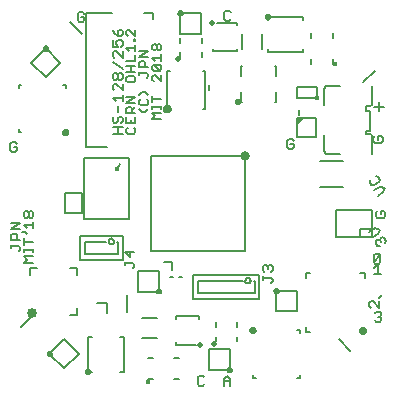
<source format=gto>
G75*
%MOIN*%
%OFA0B0*%
%FSLAX25Y25*%
%IPPOS*%
%LPD*%
%AMOC8*
5,1,8,0,0,1.08239X$1,22.5*
%
%ADD10C,0.00800*%
%ADD11C,0.00700*%
%ADD12C,0.00787*%
%ADD13C,0.00500*%
%ADD14C,0.03247*%
%ADD15C,0.02756*%
%ADD16C,0.01969*%
%ADD17C,0.00600*%
%ADD18C,0.02227*%
%ADD19C,0.01761*%
%ADD20C,0.00000*%
%ADD21C,0.00001*%
%ADD22C,0.03341*%
%ADD23C,0.01575*%
D10*
X0173413Y0119392D02*
X0176615Y0119392D01*
X0175014Y0117791D02*
X0175014Y0120993D01*
D11*
X0174814Y0109459D02*
X0174814Y0108358D01*
X0174814Y0109459D02*
X0175915Y0109459D01*
X0176465Y0108908D01*
X0176465Y0107807D01*
X0175915Y0107257D01*
X0173713Y0107257D01*
X0173162Y0107807D01*
X0173162Y0108908D01*
X0173713Y0109459D01*
X0174098Y0096154D02*
X0174850Y0095952D01*
X0175400Y0094999D01*
X0175199Y0094247D01*
X0173292Y0093146D01*
X0172540Y0093347D01*
X0171989Y0094301D01*
X0172191Y0095053D01*
X0173556Y0091588D02*
X0175463Y0092689D01*
X0176967Y0092286D01*
X0176564Y0090782D01*
X0174657Y0089681D01*
X0174500Y0084557D02*
X0173950Y0084007D01*
X0173950Y0082906D01*
X0174500Y0082355D01*
X0176702Y0082355D01*
X0177253Y0082906D01*
X0177253Y0084007D01*
X0176702Y0084557D01*
X0175601Y0084557D01*
X0175601Y0083456D01*
X0173818Y0078753D02*
X0171911Y0077652D01*
X0173818Y0078753D02*
X0175322Y0078350D01*
X0174919Y0076846D01*
X0173012Y0075745D01*
X0174229Y0074737D02*
X0174028Y0073985D01*
X0174578Y0073032D01*
X0175330Y0072830D01*
X0175733Y0074334D02*
X0175458Y0074811D01*
X0175659Y0075563D01*
X0176136Y0075838D01*
X0176888Y0075637D01*
X0177439Y0074683D01*
X0177237Y0073931D01*
X0175458Y0074811D02*
X0174706Y0075012D01*
X0174229Y0074737D01*
X0173874Y0070342D02*
X0174975Y0070342D01*
X0175525Y0069792D01*
X0173324Y0067590D01*
X0173874Y0067039D01*
X0174975Y0067039D01*
X0175525Y0067590D01*
X0175525Y0069792D01*
X0173874Y0070342D02*
X0173324Y0069792D01*
X0173324Y0067590D01*
X0174621Y0066799D02*
X0173520Y0065698D01*
X0174621Y0066799D02*
X0174621Y0063496D01*
X0173520Y0063496D02*
X0175722Y0063496D01*
X0175186Y0054439D02*
X0175186Y0052237D01*
X0172984Y0054439D01*
X0172433Y0054439D01*
X0171883Y0053889D01*
X0171883Y0052788D01*
X0172433Y0052237D01*
X0174169Y0050952D02*
X0173619Y0050402D01*
X0174169Y0050952D02*
X0175270Y0050952D01*
X0175821Y0050402D01*
X0175821Y0049851D01*
X0175270Y0049301D01*
X0175821Y0048751D01*
X0175821Y0048200D01*
X0175270Y0047650D01*
X0174169Y0047650D01*
X0173619Y0048200D01*
X0174720Y0049301D02*
X0175270Y0049301D01*
X0139654Y0061084D02*
X0139654Y0061634D01*
X0139104Y0062185D01*
X0136351Y0062185D01*
X0136351Y0062735D02*
X0136351Y0061634D01*
X0139104Y0060533D02*
X0139654Y0061084D01*
X0139104Y0064217D02*
X0139654Y0064767D01*
X0139654Y0065868D01*
X0139104Y0066418D01*
X0138553Y0066418D01*
X0138003Y0065868D01*
X0138003Y0065317D01*
X0138003Y0065868D02*
X0137452Y0066418D01*
X0136902Y0066418D01*
X0136351Y0065868D01*
X0136351Y0064767D01*
X0136902Y0064217D01*
X0093591Y0066005D02*
X0093041Y0065455D01*
X0093591Y0066005D02*
X0093591Y0066556D01*
X0093041Y0067106D01*
X0090288Y0067106D01*
X0090288Y0066556D02*
X0090288Y0067656D01*
X0091940Y0069138D02*
X0090288Y0070789D01*
X0093591Y0070789D01*
X0091940Y0071340D02*
X0091940Y0069138D01*
X0059898Y0069413D02*
X0056658Y0069413D01*
X0057738Y0068333D01*
X0056658Y0067253D01*
X0059898Y0067253D01*
X0059898Y0070878D02*
X0059898Y0071958D01*
X0059898Y0071418D02*
X0056658Y0071418D01*
X0056658Y0070878D02*
X0056658Y0071958D01*
X0055568Y0071720D02*
X0055568Y0072260D01*
X0055028Y0072800D01*
X0052328Y0072800D01*
X0052328Y0072260D02*
X0052328Y0073340D01*
X0052328Y0074806D02*
X0052328Y0076425D01*
X0052868Y0076965D01*
X0053948Y0076965D01*
X0054488Y0076425D01*
X0054488Y0074806D01*
X0055568Y0074806D02*
X0052328Y0074806D01*
X0056119Y0077460D02*
X0057198Y0077460D01*
X0057738Y0076920D01*
X0057738Y0078733D02*
X0056658Y0079813D01*
X0059898Y0079813D01*
X0059898Y0078733D02*
X0059898Y0080893D01*
X0059358Y0082358D02*
X0058818Y0082358D01*
X0058278Y0082898D01*
X0058278Y0083978D01*
X0058818Y0084518D01*
X0059358Y0084518D01*
X0059898Y0083978D01*
X0059898Y0082898D01*
X0059358Y0082358D01*
X0058278Y0082898D02*
X0057738Y0082358D01*
X0057198Y0082358D01*
X0056658Y0082898D01*
X0056658Y0083978D01*
X0057198Y0084518D01*
X0057738Y0084518D01*
X0058278Y0083978D01*
X0055568Y0080590D02*
X0052328Y0080590D01*
X0052328Y0078431D02*
X0055568Y0080590D01*
X0055568Y0078431D02*
X0052328Y0078431D01*
X0056658Y0075455D02*
X0056658Y0073295D01*
X0056658Y0074375D02*
X0059898Y0074375D01*
X0055568Y0071720D02*
X0055028Y0071180D01*
X0053912Y0104244D02*
X0054462Y0104795D01*
X0054462Y0105895D01*
X0053362Y0105895D01*
X0052261Y0104795D02*
X0052811Y0104244D01*
X0053912Y0104244D01*
X0052261Y0104795D02*
X0052261Y0106996D01*
X0052811Y0107547D01*
X0053912Y0107547D01*
X0054462Y0106996D01*
X0086383Y0110264D02*
X0089623Y0110264D01*
X0090812Y0110816D02*
X0091319Y0110309D01*
X0093348Y0110309D01*
X0093855Y0110816D01*
X0093855Y0111831D01*
X0093348Y0112338D01*
X0093855Y0113753D02*
X0090812Y0113753D01*
X0090812Y0115782D01*
X0089623Y0115509D02*
X0089623Y0114429D01*
X0089083Y0113889D01*
X0088003Y0114429D02*
X0088003Y0115509D01*
X0088543Y0116049D01*
X0089083Y0116049D01*
X0089623Y0115509D01*
X0088003Y0114429D02*
X0087463Y0113889D01*
X0086923Y0113889D01*
X0086383Y0114429D01*
X0086383Y0115509D01*
X0086923Y0116049D01*
X0088003Y0117514D02*
X0088003Y0119674D01*
X0087463Y0121139D02*
X0086383Y0122219D01*
X0089623Y0122219D01*
X0089623Y0121139D02*
X0089623Y0123299D01*
X0090812Y0122669D02*
X0093855Y0122669D01*
X0090812Y0120641D01*
X0093855Y0120641D01*
X0095143Y0120287D02*
X0095650Y0119780D01*
X0097679Y0119780D01*
X0098186Y0120287D01*
X0098186Y0121301D01*
X0097679Y0121809D01*
X0098186Y0123224D02*
X0097171Y0124238D01*
X0096157Y0124238D01*
X0095143Y0123224D01*
X0095650Y0121809D02*
X0095143Y0121301D01*
X0095143Y0120287D01*
X0093855Y0119226D02*
X0092841Y0118211D01*
X0092841Y0118718D02*
X0092841Y0117197D01*
X0093855Y0117197D02*
X0090812Y0117197D01*
X0090812Y0118718D01*
X0091319Y0119226D01*
X0092334Y0119226D01*
X0092841Y0118718D01*
X0095143Y0118498D02*
X0096157Y0117484D01*
X0097171Y0117484D01*
X0098186Y0118498D01*
X0099474Y0118632D02*
X0099474Y0119646D01*
X0099474Y0119139D02*
X0102516Y0119139D01*
X0102516Y0118632D02*
X0102516Y0119646D01*
X0102516Y0121942D02*
X0099474Y0121942D01*
X0099474Y0120928D02*
X0099474Y0122956D01*
X0099981Y0127816D02*
X0099474Y0128323D01*
X0099474Y0129337D01*
X0099981Y0129844D01*
X0100488Y0129844D01*
X0102516Y0127816D01*
X0102516Y0129844D01*
X0102009Y0131260D02*
X0099981Y0133288D01*
X0102009Y0133288D01*
X0102516Y0132781D01*
X0102516Y0131767D01*
X0102009Y0131260D01*
X0099981Y0131260D01*
X0099474Y0131767D01*
X0099474Y0132781D01*
X0099981Y0133288D01*
X0100488Y0134704D02*
X0099474Y0135718D01*
X0102516Y0135718D01*
X0102516Y0134704D02*
X0102516Y0136732D01*
X0102009Y0138147D02*
X0101502Y0138147D01*
X0100995Y0138655D01*
X0100995Y0139669D01*
X0101502Y0140176D01*
X0102009Y0140176D01*
X0102516Y0139669D01*
X0102516Y0138655D01*
X0102009Y0138147D01*
X0100995Y0138655D02*
X0100488Y0138147D01*
X0099981Y0138147D01*
X0099474Y0138655D01*
X0099474Y0139669D01*
X0099981Y0140176D01*
X0100488Y0140176D01*
X0100995Y0139669D01*
X0098186Y0137880D02*
X0095143Y0137880D01*
X0093855Y0137860D02*
X0093855Y0139889D01*
X0093855Y0138875D02*
X0090812Y0138875D01*
X0091826Y0137860D01*
X0089623Y0137800D02*
X0089623Y0135640D01*
X0087463Y0137800D01*
X0086923Y0137800D01*
X0086383Y0137260D01*
X0086383Y0136180D01*
X0086923Y0135640D01*
X0086383Y0134175D02*
X0089623Y0132015D01*
X0090812Y0133001D02*
X0093855Y0133001D01*
X0093855Y0134417D02*
X0090812Y0134417D01*
X0092334Y0133001D02*
X0092334Y0130973D01*
X0093855Y0130973D02*
X0090812Y0130973D01*
X0091319Y0129557D02*
X0090812Y0129050D01*
X0090812Y0128036D01*
X0091319Y0127529D01*
X0093348Y0127529D01*
X0093855Y0128036D01*
X0093855Y0129050D01*
X0093348Y0129557D01*
X0091319Y0129557D01*
X0089623Y0130010D02*
X0089623Y0128930D01*
X0089083Y0128390D01*
X0088543Y0128390D01*
X0088003Y0128930D01*
X0088003Y0130010D01*
X0088543Y0130550D01*
X0089083Y0130550D01*
X0089623Y0130010D01*
X0088003Y0130010D02*
X0087463Y0130550D01*
X0086923Y0130550D01*
X0086383Y0130010D01*
X0086383Y0128930D01*
X0086923Y0128390D01*
X0087463Y0128390D01*
X0088003Y0128930D01*
X0087463Y0126924D02*
X0086923Y0126924D01*
X0086383Y0126384D01*
X0086383Y0125305D01*
X0086923Y0124765D01*
X0087463Y0126924D02*
X0089623Y0124765D01*
X0089623Y0126924D01*
X0095143Y0129978D02*
X0095143Y0130992D01*
X0095143Y0130485D02*
X0097679Y0130485D01*
X0098186Y0129978D01*
X0098186Y0129471D01*
X0097679Y0128964D01*
X0098186Y0132408D02*
X0095143Y0132408D01*
X0095143Y0133929D01*
X0095650Y0134436D01*
X0096664Y0134436D01*
X0097171Y0133929D01*
X0097171Y0132408D01*
X0098186Y0135851D02*
X0095143Y0135851D01*
X0098186Y0137880D01*
X0093855Y0136445D02*
X0093855Y0134417D01*
X0089083Y0139265D02*
X0089623Y0139805D01*
X0089623Y0140885D01*
X0089083Y0141425D01*
X0088003Y0141425D01*
X0087463Y0140885D01*
X0087463Y0140345D01*
X0088003Y0139265D01*
X0086383Y0139265D01*
X0086383Y0141425D01*
X0088003Y0142890D02*
X0088003Y0144510D01*
X0088543Y0145050D01*
X0089083Y0145050D01*
X0089623Y0144510D01*
X0089623Y0143430D01*
X0089083Y0142890D01*
X0088003Y0142890D01*
X0086923Y0143970D01*
X0086383Y0145050D01*
X0090812Y0144548D02*
X0090812Y0143533D01*
X0091319Y0143026D01*
X0090812Y0144548D02*
X0091319Y0145055D01*
X0091826Y0145055D01*
X0093855Y0143026D01*
X0093855Y0145055D01*
X0093855Y0141811D02*
X0093855Y0141304D01*
X0093348Y0141304D01*
X0093348Y0141811D01*
X0093855Y0141811D01*
X0076903Y0148102D02*
X0076903Y0149203D01*
X0075802Y0149203D01*
X0074702Y0150304D02*
X0074702Y0148102D01*
X0075252Y0147551D01*
X0076353Y0147551D01*
X0076903Y0148102D01*
X0076903Y0150304D02*
X0076353Y0150854D01*
X0075252Y0150854D01*
X0074702Y0150304D01*
X0099474Y0117217D02*
X0102516Y0117217D01*
X0100488Y0116202D02*
X0099474Y0117217D01*
X0100488Y0116202D02*
X0099474Y0115188D01*
X0102516Y0115188D01*
X0093855Y0115782D02*
X0093855Y0113753D01*
X0092334Y0113753D02*
X0092334Y0114767D01*
X0091319Y0112338D02*
X0090812Y0111831D01*
X0090812Y0110816D01*
X0089623Y0112424D02*
X0086383Y0112424D01*
X0088003Y0112424D02*
X0088003Y0110264D01*
X0124071Y0148043D02*
X0125172Y0148043D01*
X0125722Y0148594D01*
X0124071Y0148043D02*
X0123520Y0148594D01*
X0123520Y0150796D01*
X0124071Y0151346D01*
X0125172Y0151346D01*
X0125722Y0150796D01*
X0145035Y0108531D02*
X0144485Y0107981D01*
X0144485Y0105779D01*
X0145035Y0105228D01*
X0146136Y0105228D01*
X0146687Y0105779D01*
X0146687Y0106880D01*
X0145586Y0106880D01*
X0146687Y0107981D02*
X0146136Y0108531D01*
X0145035Y0108531D01*
X0124425Y0029693D02*
X0125525Y0028592D01*
X0125525Y0026390D01*
X0125525Y0028041D02*
X0123324Y0028041D01*
X0123324Y0028592D02*
X0123324Y0026390D01*
X0123324Y0028592D02*
X0124425Y0029693D01*
X0116864Y0029142D02*
X0116314Y0029693D01*
X0115213Y0029693D01*
X0114662Y0029142D01*
X0114662Y0026940D01*
X0115213Y0026390D01*
X0116314Y0026390D01*
X0116864Y0026940D01*
D12*
X0059793Y0049912D02*
X0055895Y0046015D01*
X0091233Y0051032D02*
X0091233Y0056544D01*
X0161688Y0041841D02*
X0165585Y0037944D01*
X0175209Y0055402D02*
X0176095Y0056485D01*
X0169759Y0127427D02*
X0173656Y0131324D01*
X0076018Y0143653D02*
X0072121Y0147550D01*
D13*
X0077571Y0150678D02*
X0086233Y0150678D01*
X0077571Y0150678D02*
X0077571Y0105796D01*
X0084461Y0105796D01*
X0088890Y0100284D02*
X0087709Y0098709D01*
X0091646Y0102252D02*
X0076685Y0102252D01*
X0076685Y0081780D01*
X0091646Y0081780D01*
X0091646Y0102252D01*
X0099028Y0102843D02*
X0099028Y0071347D01*
X0130524Y0071347D01*
X0130524Y0102843D01*
X0099028Y0102843D01*
X0075996Y0090638D02*
X0075996Y0083945D01*
X0070484Y0083945D01*
X0070484Y0090638D01*
X0075996Y0090638D01*
X0075504Y0076268D02*
X0089677Y0076268D01*
X0089677Y0068394D01*
X0075504Y0068394D01*
X0075504Y0076268D01*
X0077079Y0074300D02*
X0084166Y0074300D01*
X0084939Y0074513D02*
X0084941Y0074573D01*
X0084947Y0074632D01*
X0084957Y0074691D01*
X0084971Y0074749D01*
X0084988Y0074806D01*
X0085010Y0074862D01*
X0085035Y0074916D01*
X0085064Y0074969D01*
X0085096Y0075019D01*
X0085131Y0075067D01*
X0085170Y0075113D01*
X0085211Y0075156D01*
X0085256Y0075196D01*
X0085303Y0075233D01*
X0085352Y0075267D01*
X0085403Y0075297D01*
X0085457Y0075324D01*
X0085512Y0075347D01*
X0085568Y0075367D01*
X0085626Y0075383D01*
X0085684Y0075395D01*
X0085744Y0075403D01*
X0085803Y0075407D01*
X0085863Y0075407D01*
X0085922Y0075403D01*
X0085982Y0075395D01*
X0086040Y0075383D01*
X0086098Y0075367D01*
X0086154Y0075347D01*
X0086209Y0075324D01*
X0086263Y0075297D01*
X0086314Y0075267D01*
X0086363Y0075233D01*
X0086410Y0075196D01*
X0086455Y0075156D01*
X0086496Y0075113D01*
X0086535Y0075067D01*
X0086570Y0075019D01*
X0086602Y0074969D01*
X0086631Y0074916D01*
X0086656Y0074862D01*
X0086678Y0074806D01*
X0086695Y0074749D01*
X0086709Y0074691D01*
X0086719Y0074632D01*
X0086725Y0074573D01*
X0086727Y0074513D01*
X0086725Y0074453D01*
X0086719Y0074394D01*
X0086709Y0074335D01*
X0086695Y0074277D01*
X0086678Y0074220D01*
X0086656Y0074164D01*
X0086631Y0074110D01*
X0086602Y0074057D01*
X0086570Y0074007D01*
X0086535Y0073959D01*
X0086496Y0073913D01*
X0086455Y0073870D01*
X0086410Y0073830D01*
X0086363Y0073793D01*
X0086314Y0073759D01*
X0086263Y0073729D01*
X0086209Y0073702D01*
X0086154Y0073679D01*
X0086098Y0073659D01*
X0086040Y0073643D01*
X0085982Y0073631D01*
X0085922Y0073623D01*
X0085863Y0073619D01*
X0085803Y0073619D01*
X0085744Y0073623D01*
X0085684Y0073631D01*
X0085626Y0073643D01*
X0085568Y0073659D01*
X0085512Y0073679D01*
X0085457Y0073702D01*
X0085403Y0073729D01*
X0085352Y0073759D01*
X0085303Y0073793D01*
X0085256Y0073830D01*
X0085211Y0073870D01*
X0085170Y0073913D01*
X0085131Y0073959D01*
X0085096Y0074007D01*
X0085064Y0074057D01*
X0085035Y0074110D01*
X0085010Y0074164D01*
X0084988Y0074220D01*
X0084971Y0074277D01*
X0084957Y0074335D01*
X0084947Y0074394D01*
X0084941Y0074453D01*
X0084939Y0074513D01*
X0087709Y0074300D02*
X0088103Y0074300D01*
X0088103Y0070363D01*
X0077079Y0070363D01*
X0077079Y0074300D01*
X0074520Y0065638D02*
X0072158Y0065638D01*
X0074520Y0065638D02*
X0074520Y0063276D01*
X0081016Y0054024D02*
X0084559Y0054024D01*
X0084559Y0050481D01*
X0074520Y0049890D02*
X0074520Y0052252D01*
X0074520Y0049890D02*
X0072158Y0049890D01*
X0070063Y0041836D02*
X0065191Y0036965D01*
X0070063Y0032093D01*
X0074935Y0036965D01*
X0070063Y0041836D01*
X0064937Y0036965D02*
X0064939Y0037004D01*
X0064945Y0037043D01*
X0064955Y0037081D01*
X0064968Y0037118D01*
X0064985Y0037153D01*
X0065005Y0037187D01*
X0065029Y0037218D01*
X0065056Y0037247D01*
X0065085Y0037273D01*
X0065117Y0037296D01*
X0065151Y0037316D01*
X0065187Y0037332D01*
X0065224Y0037344D01*
X0065263Y0037353D01*
X0065302Y0037358D01*
X0065341Y0037359D01*
X0065380Y0037356D01*
X0065419Y0037349D01*
X0065456Y0037338D01*
X0065493Y0037324D01*
X0065528Y0037306D01*
X0065561Y0037285D01*
X0065592Y0037260D01*
X0065620Y0037233D01*
X0065645Y0037203D01*
X0065667Y0037170D01*
X0065686Y0037136D01*
X0065701Y0037100D01*
X0065713Y0037062D01*
X0065721Y0037024D01*
X0065725Y0036985D01*
X0065725Y0036945D01*
X0065721Y0036906D01*
X0065713Y0036868D01*
X0065701Y0036830D01*
X0065686Y0036794D01*
X0065667Y0036760D01*
X0065645Y0036727D01*
X0065620Y0036697D01*
X0065592Y0036670D01*
X0065561Y0036645D01*
X0065528Y0036624D01*
X0065493Y0036606D01*
X0065456Y0036592D01*
X0065419Y0036581D01*
X0065380Y0036574D01*
X0065341Y0036571D01*
X0065302Y0036572D01*
X0065263Y0036577D01*
X0065224Y0036586D01*
X0065187Y0036598D01*
X0065151Y0036614D01*
X0065117Y0036634D01*
X0065085Y0036657D01*
X0065056Y0036683D01*
X0065029Y0036712D01*
X0065005Y0036743D01*
X0064985Y0036777D01*
X0064968Y0036812D01*
X0064955Y0036849D01*
X0064945Y0036887D01*
X0064939Y0036926D01*
X0064937Y0036965D01*
X0064621Y0036965D02*
X0064623Y0037018D01*
X0064629Y0037071D01*
X0064639Y0037123D01*
X0064653Y0037174D01*
X0064670Y0037224D01*
X0064691Y0037273D01*
X0064716Y0037320D01*
X0064744Y0037365D01*
X0064776Y0037408D01*
X0064811Y0037448D01*
X0064848Y0037485D01*
X0064888Y0037520D01*
X0064931Y0037552D01*
X0064976Y0037580D01*
X0065023Y0037605D01*
X0065072Y0037626D01*
X0065122Y0037643D01*
X0065173Y0037657D01*
X0065225Y0037667D01*
X0065278Y0037673D01*
X0065331Y0037675D01*
X0065384Y0037673D01*
X0065437Y0037667D01*
X0065489Y0037657D01*
X0065540Y0037643D01*
X0065590Y0037626D01*
X0065639Y0037605D01*
X0065686Y0037580D01*
X0065731Y0037552D01*
X0065774Y0037520D01*
X0065814Y0037485D01*
X0065851Y0037448D01*
X0065886Y0037408D01*
X0065918Y0037365D01*
X0065946Y0037320D01*
X0065971Y0037273D01*
X0065992Y0037224D01*
X0066009Y0037174D01*
X0066023Y0037123D01*
X0066033Y0037071D01*
X0066039Y0037018D01*
X0066041Y0036965D01*
X0066039Y0036912D01*
X0066033Y0036859D01*
X0066023Y0036807D01*
X0066009Y0036756D01*
X0065992Y0036706D01*
X0065971Y0036657D01*
X0065946Y0036610D01*
X0065918Y0036565D01*
X0065886Y0036522D01*
X0065851Y0036482D01*
X0065814Y0036445D01*
X0065774Y0036410D01*
X0065731Y0036378D01*
X0065686Y0036350D01*
X0065639Y0036325D01*
X0065590Y0036304D01*
X0065540Y0036287D01*
X0065489Y0036273D01*
X0065437Y0036263D01*
X0065384Y0036257D01*
X0065331Y0036255D01*
X0065278Y0036257D01*
X0065225Y0036263D01*
X0065173Y0036273D01*
X0065122Y0036287D01*
X0065072Y0036304D01*
X0065023Y0036325D01*
X0064976Y0036350D01*
X0064931Y0036378D01*
X0064888Y0036410D01*
X0064848Y0036445D01*
X0064811Y0036482D01*
X0064776Y0036522D01*
X0064744Y0036565D01*
X0064716Y0036610D01*
X0064691Y0036657D01*
X0064670Y0036706D01*
X0064653Y0036756D01*
X0064639Y0036807D01*
X0064629Y0036859D01*
X0064623Y0036912D01*
X0064621Y0036965D01*
X0096075Y0042115D02*
X0101193Y0042115D01*
X0107295Y0040737D02*
X0107295Y0039949D01*
X0113988Y0039949D01*
X0118544Y0038406D02*
X0118544Y0031517D01*
X0125433Y0031517D01*
X0125433Y0038406D01*
X0118544Y0038406D01*
X0120780Y0041130D02*
X0120780Y0042705D01*
X0120780Y0045855D02*
X0120780Y0047430D01*
X0115170Y0048611D02*
X0115170Y0049398D01*
X0107295Y0049398D01*
X0107295Y0048611D01*
X0101193Y0048807D02*
X0096075Y0048807D01*
X0094921Y0057698D02*
X0101811Y0057698D01*
X0101811Y0064587D01*
X0094921Y0064587D01*
X0094921Y0057698D01*
X0101319Y0057796D02*
X0101321Y0057835D01*
X0101327Y0057874D01*
X0101337Y0057912D01*
X0101350Y0057949D01*
X0101367Y0057984D01*
X0101387Y0058018D01*
X0101411Y0058049D01*
X0101438Y0058078D01*
X0101467Y0058104D01*
X0101499Y0058127D01*
X0101533Y0058147D01*
X0101569Y0058163D01*
X0101606Y0058175D01*
X0101645Y0058184D01*
X0101684Y0058189D01*
X0101723Y0058190D01*
X0101762Y0058187D01*
X0101801Y0058180D01*
X0101838Y0058169D01*
X0101875Y0058155D01*
X0101910Y0058137D01*
X0101943Y0058116D01*
X0101974Y0058091D01*
X0102002Y0058064D01*
X0102027Y0058034D01*
X0102049Y0058001D01*
X0102068Y0057967D01*
X0102083Y0057931D01*
X0102095Y0057893D01*
X0102103Y0057855D01*
X0102107Y0057816D01*
X0102107Y0057776D01*
X0102103Y0057737D01*
X0102095Y0057699D01*
X0102083Y0057661D01*
X0102068Y0057625D01*
X0102049Y0057591D01*
X0102027Y0057558D01*
X0102002Y0057528D01*
X0101974Y0057501D01*
X0101943Y0057476D01*
X0101910Y0057455D01*
X0101875Y0057437D01*
X0101838Y0057423D01*
X0101801Y0057412D01*
X0101762Y0057405D01*
X0101723Y0057402D01*
X0101684Y0057403D01*
X0101645Y0057408D01*
X0101606Y0057417D01*
X0101569Y0057429D01*
X0101533Y0057445D01*
X0101499Y0057465D01*
X0101467Y0057488D01*
X0101438Y0057514D01*
X0101411Y0057543D01*
X0101387Y0057574D01*
X0101367Y0057608D01*
X0101350Y0057643D01*
X0101337Y0057680D01*
X0101327Y0057718D01*
X0101321Y0057757D01*
X0101319Y0057796D01*
X0101003Y0057796D02*
X0101005Y0057849D01*
X0101011Y0057902D01*
X0101021Y0057954D01*
X0101035Y0058005D01*
X0101052Y0058055D01*
X0101073Y0058104D01*
X0101098Y0058151D01*
X0101126Y0058196D01*
X0101158Y0058239D01*
X0101193Y0058279D01*
X0101230Y0058316D01*
X0101270Y0058351D01*
X0101313Y0058383D01*
X0101358Y0058411D01*
X0101405Y0058436D01*
X0101454Y0058457D01*
X0101504Y0058474D01*
X0101555Y0058488D01*
X0101607Y0058498D01*
X0101660Y0058504D01*
X0101713Y0058506D01*
X0101766Y0058504D01*
X0101819Y0058498D01*
X0101871Y0058488D01*
X0101922Y0058474D01*
X0101972Y0058457D01*
X0102021Y0058436D01*
X0102068Y0058411D01*
X0102113Y0058383D01*
X0102156Y0058351D01*
X0102196Y0058316D01*
X0102233Y0058279D01*
X0102268Y0058239D01*
X0102300Y0058196D01*
X0102328Y0058151D01*
X0102353Y0058104D01*
X0102374Y0058055D01*
X0102391Y0058005D01*
X0102405Y0057954D01*
X0102415Y0057902D01*
X0102421Y0057849D01*
X0102423Y0057796D01*
X0102421Y0057743D01*
X0102415Y0057690D01*
X0102405Y0057638D01*
X0102391Y0057587D01*
X0102374Y0057537D01*
X0102353Y0057488D01*
X0102328Y0057441D01*
X0102300Y0057396D01*
X0102268Y0057353D01*
X0102233Y0057313D01*
X0102196Y0057276D01*
X0102156Y0057241D01*
X0102113Y0057209D01*
X0102068Y0057181D01*
X0102021Y0057156D01*
X0101972Y0057135D01*
X0101922Y0057118D01*
X0101871Y0057104D01*
X0101819Y0057094D01*
X0101766Y0057088D01*
X0101713Y0057086D01*
X0101660Y0057088D01*
X0101607Y0057094D01*
X0101555Y0057104D01*
X0101504Y0057118D01*
X0101454Y0057135D01*
X0101405Y0057156D01*
X0101358Y0057181D01*
X0101313Y0057209D01*
X0101270Y0057241D01*
X0101230Y0057276D01*
X0101193Y0057313D01*
X0101158Y0057353D01*
X0101126Y0057396D01*
X0101098Y0057441D01*
X0101073Y0057488D01*
X0101052Y0057537D01*
X0101035Y0057587D01*
X0101021Y0057638D01*
X0101011Y0057690D01*
X0101005Y0057743D01*
X0101003Y0057796D01*
X0105271Y0062726D02*
X0106533Y0062726D01*
X0108289Y0062726D02*
X0109551Y0062726D01*
X0106114Y0064851D02*
X0106114Y0067607D01*
X0103358Y0067607D01*
X0113201Y0063079D02*
X0135248Y0063079D01*
X0135248Y0055205D01*
X0113201Y0055205D01*
X0113201Y0063079D01*
X0114776Y0061111D02*
X0129736Y0061111D01*
X0130509Y0061324D02*
X0130511Y0061384D01*
X0130517Y0061443D01*
X0130527Y0061502D01*
X0130541Y0061560D01*
X0130558Y0061617D01*
X0130580Y0061673D01*
X0130605Y0061727D01*
X0130634Y0061780D01*
X0130666Y0061830D01*
X0130701Y0061878D01*
X0130740Y0061924D01*
X0130781Y0061967D01*
X0130826Y0062007D01*
X0130873Y0062044D01*
X0130922Y0062078D01*
X0130973Y0062108D01*
X0131027Y0062135D01*
X0131082Y0062158D01*
X0131138Y0062178D01*
X0131196Y0062194D01*
X0131254Y0062206D01*
X0131314Y0062214D01*
X0131373Y0062218D01*
X0131433Y0062218D01*
X0131492Y0062214D01*
X0131552Y0062206D01*
X0131610Y0062194D01*
X0131668Y0062178D01*
X0131724Y0062158D01*
X0131779Y0062135D01*
X0131833Y0062108D01*
X0131884Y0062078D01*
X0131933Y0062044D01*
X0131980Y0062007D01*
X0132025Y0061967D01*
X0132066Y0061924D01*
X0132105Y0061878D01*
X0132140Y0061830D01*
X0132172Y0061780D01*
X0132201Y0061727D01*
X0132226Y0061673D01*
X0132248Y0061617D01*
X0132265Y0061560D01*
X0132279Y0061502D01*
X0132289Y0061443D01*
X0132295Y0061384D01*
X0132297Y0061324D01*
X0132295Y0061264D01*
X0132289Y0061205D01*
X0132279Y0061146D01*
X0132265Y0061088D01*
X0132248Y0061031D01*
X0132226Y0060975D01*
X0132201Y0060921D01*
X0132172Y0060868D01*
X0132140Y0060818D01*
X0132105Y0060770D01*
X0132066Y0060724D01*
X0132025Y0060681D01*
X0131980Y0060641D01*
X0131933Y0060604D01*
X0131884Y0060570D01*
X0131833Y0060540D01*
X0131779Y0060513D01*
X0131724Y0060490D01*
X0131668Y0060470D01*
X0131610Y0060454D01*
X0131552Y0060442D01*
X0131492Y0060434D01*
X0131433Y0060430D01*
X0131373Y0060430D01*
X0131314Y0060434D01*
X0131254Y0060442D01*
X0131196Y0060454D01*
X0131138Y0060470D01*
X0131082Y0060490D01*
X0131027Y0060513D01*
X0130973Y0060540D01*
X0130922Y0060570D01*
X0130873Y0060604D01*
X0130826Y0060641D01*
X0130781Y0060681D01*
X0130740Y0060724D01*
X0130701Y0060770D01*
X0130666Y0060818D01*
X0130634Y0060868D01*
X0130605Y0060921D01*
X0130580Y0060975D01*
X0130558Y0061031D01*
X0130541Y0061088D01*
X0130527Y0061146D01*
X0130517Y0061205D01*
X0130511Y0061264D01*
X0130509Y0061324D01*
X0133280Y0061111D02*
X0133673Y0061111D01*
X0133673Y0057174D01*
X0114776Y0057174D01*
X0114776Y0061111D01*
X0127866Y0047430D02*
X0127866Y0045855D01*
X0127866Y0042705D02*
X0127866Y0041130D01*
X0133083Y0044378D02*
X0133083Y0044772D01*
X0132689Y0044772D02*
X0132691Y0044811D01*
X0132697Y0044850D01*
X0132707Y0044888D01*
X0132720Y0044925D01*
X0132737Y0044960D01*
X0132757Y0044994D01*
X0132781Y0045025D01*
X0132808Y0045054D01*
X0132837Y0045080D01*
X0132869Y0045103D01*
X0132903Y0045123D01*
X0132939Y0045139D01*
X0132976Y0045151D01*
X0133015Y0045160D01*
X0133054Y0045165D01*
X0133093Y0045166D01*
X0133132Y0045163D01*
X0133171Y0045156D01*
X0133208Y0045145D01*
X0133245Y0045131D01*
X0133280Y0045113D01*
X0133313Y0045092D01*
X0133344Y0045067D01*
X0133372Y0045040D01*
X0133397Y0045010D01*
X0133419Y0044977D01*
X0133438Y0044943D01*
X0133453Y0044907D01*
X0133465Y0044869D01*
X0133473Y0044831D01*
X0133477Y0044792D01*
X0133477Y0044752D01*
X0133473Y0044713D01*
X0133465Y0044675D01*
X0133453Y0044637D01*
X0133438Y0044601D01*
X0133419Y0044567D01*
X0133397Y0044534D01*
X0133372Y0044504D01*
X0133344Y0044477D01*
X0133313Y0044452D01*
X0133280Y0044431D01*
X0133245Y0044413D01*
X0133208Y0044399D01*
X0133171Y0044388D01*
X0133132Y0044381D01*
X0133093Y0044378D01*
X0133054Y0044379D01*
X0133015Y0044384D01*
X0132976Y0044393D01*
X0132939Y0044405D01*
X0132903Y0044421D01*
X0132869Y0044441D01*
X0132837Y0044464D01*
X0132808Y0044490D01*
X0132781Y0044519D01*
X0132757Y0044550D01*
X0132737Y0044584D01*
X0132720Y0044619D01*
X0132707Y0044656D01*
X0132697Y0044694D01*
X0132691Y0044733D01*
X0132689Y0044772D01*
X0132203Y0044772D02*
X0132205Y0044831D01*
X0132211Y0044889D01*
X0132221Y0044947D01*
X0132234Y0045004D01*
X0132252Y0045061D01*
X0132273Y0045116D01*
X0132298Y0045169D01*
X0132326Y0045220D01*
X0132357Y0045270D01*
X0132392Y0045317D01*
X0132430Y0045362D01*
X0132471Y0045405D01*
X0132515Y0045444D01*
X0132561Y0045480D01*
X0132609Y0045514D01*
X0132660Y0045544D01*
X0132713Y0045570D01*
X0132767Y0045593D01*
X0132822Y0045612D01*
X0132879Y0045628D01*
X0132937Y0045640D01*
X0132995Y0045648D01*
X0133054Y0045652D01*
X0133112Y0045652D01*
X0133171Y0045648D01*
X0133229Y0045640D01*
X0133287Y0045628D01*
X0133344Y0045612D01*
X0133399Y0045593D01*
X0133453Y0045570D01*
X0133506Y0045544D01*
X0133557Y0045514D01*
X0133605Y0045480D01*
X0133651Y0045444D01*
X0133695Y0045405D01*
X0133736Y0045362D01*
X0133774Y0045317D01*
X0133809Y0045270D01*
X0133840Y0045220D01*
X0133868Y0045169D01*
X0133893Y0045116D01*
X0133914Y0045061D01*
X0133932Y0045004D01*
X0133945Y0044947D01*
X0133955Y0044889D01*
X0133961Y0044831D01*
X0133963Y0044772D01*
X0133961Y0044713D01*
X0133955Y0044655D01*
X0133945Y0044597D01*
X0133932Y0044540D01*
X0133914Y0044483D01*
X0133893Y0044428D01*
X0133868Y0044375D01*
X0133840Y0044324D01*
X0133809Y0044274D01*
X0133774Y0044227D01*
X0133736Y0044182D01*
X0133695Y0044139D01*
X0133651Y0044100D01*
X0133605Y0044064D01*
X0133557Y0044030D01*
X0133506Y0044000D01*
X0133453Y0043974D01*
X0133399Y0043951D01*
X0133344Y0043932D01*
X0133287Y0043916D01*
X0133229Y0043904D01*
X0133171Y0043896D01*
X0133112Y0043892D01*
X0133054Y0043892D01*
X0132995Y0043896D01*
X0132937Y0043904D01*
X0132879Y0043916D01*
X0132822Y0043932D01*
X0132767Y0043951D01*
X0132713Y0043974D01*
X0132660Y0044000D01*
X0132609Y0044030D01*
X0132561Y0044064D01*
X0132515Y0044100D01*
X0132471Y0044139D01*
X0132430Y0044182D01*
X0132392Y0044227D01*
X0132357Y0044274D01*
X0132326Y0044324D01*
X0132298Y0044375D01*
X0132273Y0044428D01*
X0132252Y0044483D01*
X0132234Y0044540D01*
X0132221Y0044597D01*
X0132211Y0044655D01*
X0132205Y0044713D01*
X0132203Y0044772D01*
X0140858Y0051170D02*
X0147748Y0051170D01*
X0147748Y0058059D01*
X0140858Y0058059D01*
X0140858Y0051170D01*
X0147847Y0044772D02*
X0148831Y0044772D01*
X0148831Y0043788D01*
X0150603Y0044181D02*
X0150603Y0045756D01*
X0150603Y0044181D02*
X0152177Y0044181D01*
X0148831Y0030008D02*
X0148831Y0029024D01*
X0147847Y0029024D01*
X0134067Y0029024D02*
X0133083Y0029024D01*
X0133083Y0030008D01*
X0124941Y0031615D02*
X0124943Y0031654D01*
X0124949Y0031693D01*
X0124959Y0031731D01*
X0124972Y0031768D01*
X0124989Y0031803D01*
X0125009Y0031837D01*
X0125033Y0031868D01*
X0125060Y0031897D01*
X0125089Y0031923D01*
X0125121Y0031946D01*
X0125155Y0031966D01*
X0125191Y0031982D01*
X0125228Y0031994D01*
X0125267Y0032003D01*
X0125306Y0032008D01*
X0125345Y0032009D01*
X0125384Y0032006D01*
X0125423Y0031999D01*
X0125460Y0031988D01*
X0125497Y0031974D01*
X0125532Y0031956D01*
X0125565Y0031935D01*
X0125596Y0031910D01*
X0125624Y0031883D01*
X0125649Y0031853D01*
X0125671Y0031820D01*
X0125690Y0031786D01*
X0125705Y0031750D01*
X0125717Y0031712D01*
X0125725Y0031674D01*
X0125729Y0031635D01*
X0125729Y0031595D01*
X0125725Y0031556D01*
X0125717Y0031518D01*
X0125705Y0031480D01*
X0125690Y0031444D01*
X0125671Y0031410D01*
X0125649Y0031377D01*
X0125624Y0031347D01*
X0125596Y0031320D01*
X0125565Y0031295D01*
X0125532Y0031274D01*
X0125497Y0031256D01*
X0125460Y0031242D01*
X0125423Y0031231D01*
X0125384Y0031224D01*
X0125345Y0031221D01*
X0125306Y0031222D01*
X0125267Y0031227D01*
X0125228Y0031236D01*
X0125191Y0031248D01*
X0125155Y0031264D01*
X0125121Y0031284D01*
X0125089Y0031307D01*
X0125060Y0031333D01*
X0125033Y0031362D01*
X0125009Y0031393D01*
X0124989Y0031427D01*
X0124972Y0031462D01*
X0124959Y0031499D01*
X0124949Y0031537D01*
X0124943Y0031576D01*
X0124941Y0031615D01*
X0124625Y0031615D02*
X0124627Y0031668D01*
X0124633Y0031721D01*
X0124643Y0031773D01*
X0124657Y0031824D01*
X0124674Y0031874D01*
X0124695Y0031923D01*
X0124720Y0031970D01*
X0124748Y0032015D01*
X0124780Y0032058D01*
X0124815Y0032098D01*
X0124852Y0032135D01*
X0124892Y0032170D01*
X0124935Y0032202D01*
X0124980Y0032230D01*
X0125027Y0032255D01*
X0125076Y0032276D01*
X0125126Y0032293D01*
X0125177Y0032307D01*
X0125229Y0032317D01*
X0125282Y0032323D01*
X0125335Y0032325D01*
X0125388Y0032323D01*
X0125441Y0032317D01*
X0125493Y0032307D01*
X0125544Y0032293D01*
X0125594Y0032276D01*
X0125643Y0032255D01*
X0125690Y0032230D01*
X0125735Y0032202D01*
X0125778Y0032170D01*
X0125818Y0032135D01*
X0125855Y0032098D01*
X0125890Y0032058D01*
X0125922Y0032015D01*
X0125950Y0031970D01*
X0125975Y0031923D01*
X0125996Y0031874D01*
X0126013Y0031824D01*
X0126027Y0031773D01*
X0126037Y0031721D01*
X0126043Y0031668D01*
X0126045Y0031615D01*
X0126043Y0031562D01*
X0126037Y0031509D01*
X0126027Y0031457D01*
X0126013Y0031406D01*
X0125996Y0031356D01*
X0125975Y0031307D01*
X0125950Y0031260D01*
X0125922Y0031215D01*
X0125890Y0031172D01*
X0125855Y0031132D01*
X0125818Y0031095D01*
X0125778Y0031060D01*
X0125735Y0031028D01*
X0125690Y0031000D01*
X0125643Y0030975D01*
X0125594Y0030954D01*
X0125544Y0030937D01*
X0125493Y0030923D01*
X0125441Y0030913D01*
X0125388Y0030907D01*
X0125335Y0030905D01*
X0125282Y0030907D01*
X0125229Y0030913D01*
X0125177Y0030923D01*
X0125126Y0030937D01*
X0125076Y0030954D01*
X0125027Y0030975D01*
X0124980Y0031000D01*
X0124935Y0031028D01*
X0124892Y0031060D01*
X0124852Y0031095D01*
X0124815Y0031132D01*
X0124780Y0031172D01*
X0124748Y0031215D01*
X0124720Y0031260D01*
X0124695Y0031307D01*
X0124674Y0031356D01*
X0124657Y0031406D01*
X0124643Y0031457D01*
X0124633Y0031509D01*
X0124627Y0031562D01*
X0124625Y0031615D01*
X0108477Y0028433D02*
X0106902Y0028433D01*
X0099815Y0028433D02*
X0098240Y0028433D01*
X0098240Y0035520D02*
X0099815Y0035520D01*
X0106902Y0035520D02*
X0108477Y0035520D01*
X0140563Y0057961D02*
X0140565Y0058000D01*
X0140571Y0058039D01*
X0140581Y0058077D01*
X0140594Y0058114D01*
X0140611Y0058149D01*
X0140631Y0058183D01*
X0140655Y0058214D01*
X0140682Y0058243D01*
X0140711Y0058269D01*
X0140743Y0058292D01*
X0140777Y0058312D01*
X0140813Y0058328D01*
X0140850Y0058340D01*
X0140889Y0058349D01*
X0140928Y0058354D01*
X0140967Y0058355D01*
X0141006Y0058352D01*
X0141045Y0058345D01*
X0141082Y0058334D01*
X0141119Y0058320D01*
X0141154Y0058302D01*
X0141187Y0058281D01*
X0141218Y0058256D01*
X0141246Y0058229D01*
X0141271Y0058199D01*
X0141293Y0058166D01*
X0141312Y0058132D01*
X0141327Y0058096D01*
X0141339Y0058058D01*
X0141347Y0058020D01*
X0141351Y0057981D01*
X0141351Y0057941D01*
X0141347Y0057902D01*
X0141339Y0057864D01*
X0141327Y0057826D01*
X0141312Y0057790D01*
X0141293Y0057756D01*
X0141271Y0057723D01*
X0141246Y0057693D01*
X0141218Y0057666D01*
X0141187Y0057641D01*
X0141154Y0057620D01*
X0141119Y0057602D01*
X0141082Y0057588D01*
X0141045Y0057577D01*
X0141006Y0057570D01*
X0140967Y0057567D01*
X0140928Y0057568D01*
X0140889Y0057573D01*
X0140850Y0057582D01*
X0140813Y0057594D01*
X0140777Y0057610D01*
X0140743Y0057630D01*
X0140711Y0057653D01*
X0140682Y0057679D01*
X0140655Y0057708D01*
X0140631Y0057739D01*
X0140611Y0057773D01*
X0140594Y0057808D01*
X0140581Y0057845D01*
X0140571Y0057883D01*
X0140565Y0057922D01*
X0140563Y0057961D01*
X0140247Y0057961D02*
X0140249Y0058014D01*
X0140255Y0058067D01*
X0140265Y0058119D01*
X0140279Y0058170D01*
X0140296Y0058220D01*
X0140317Y0058269D01*
X0140342Y0058316D01*
X0140370Y0058361D01*
X0140402Y0058404D01*
X0140437Y0058444D01*
X0140474Y0058481D01*
X0140514Y0058516D01*
X0140557Y0058548D01*
X0140602Y0058576D01*
X0140649Y0058601D01*
X0140698Y0058622D01*
X0140748Y0058639D01*
X0140799Y0058653D01*
X0140851Y0058663D01*
X0140904Y0058669D01*
X0140957Y0058671D01*
X0141010Y0058669D01*
X0141063Y0058663D01*
X0141115Y0058653D01*
X0141166Y0058639D01*
X0141216Y0058622D01*
X0141265Y0058601D01*
X0141312Y0058576D01*
X0141357Y0058548D01*
X0141400Y0058516D01*
X0141440Y0058481D01*
X0141477Y0058444D01*
X0141512Y0058404D01*
X0141544Y0058361D01*
X0141572Y0058316D01*
X0141597Y0058269D01*
X0141618Y0058220D01*
X0141635Y0058170D01*
X0141649Y0058119D01*
X0141659Y0058067D01*
X0141665Y0058014D01*
X0141667Y0057961D01*
X0141665Y0057908D01*
X0141659Y0057855D01*
X0141649Y0057803D01*
X0141635Y0057752D01*
X0141618Y0057702D01*
X0141597Y0057653D01*
X0141572Y0057606D01*
X0141544Y0057561D01*
X0141512Y0057518D01*
X0141477Y0057478D01*
X0141440Y0057441D01*
X0141400Y0057406D01*
X0141357Y0057374D01*
X0141312Y0057346D01*
X0141265Y0057321D01*
X0141216Y0057300D01*
X0141166Y0057283D01*
X0141115Y0057269D01*
X0141063Y0057259D01*
X0141010Y0057253D01*
X0140957Y0057251D01*
X0140904Y0057253D01*
X0140851Y0057259D01*
X0140799Y0057269D01*
X0140748Y0057283D01*
X0140698Y0057300D01*
X0140649Y0057321D01*
X0140602Y0057346D01*
X0140557Y0057374D01*
X0140514Y0057406D01*
X0140474Y0057441D01*
X0140437Y0057478D01*
X0140402Y0057518D01*
X0140370Y0057561D01*
X0140342Y0057606D01*
X0140317Y0057653D01*
X0140296Y0057702D01*
X0140279Y0057752D01*
X0140265Y0057803D01*
X0140255Y0057855D01*
X0140249Y0057908D01*
X0140247Y0057961D01*
X0150603Y0062292D02*
X0150603Y0063867D01*
X0152177Y0063867D01*
X0160839Y0075874D02*
X0160839Y0084930D01*
X0172650Y0084930D01*
X0172650Y0078630D01*
X0168713Y0078630D01*
X0168713Y0075874D01*
X0160839Y0075874D01*
X0168713Y0075874D02*
X0172650Y0075874D01*
X0172650Y0078630D01*
X0170288Y0063867D02*
X0168713Y0063867D01*
X0170288Y0063867D02*
X0170288Y0062292D01*
X0163201Y0092705D02*
X0155327Y0092705D01*
X0155327Y0101367D02*
X0163201Y0101367D01*
X0162020Y0103532D02*
X0157591Y0103532D01*
X0156705Y0104418D01*
X0156705Y0109930D01*
X0154146Y0109339D02*
X0147847Y0109339D01*
X0147847Y0115638D01*
X0154146Y0115638D01*
X0154146Y0109339D01*
X0148437Y0116622D02*
X0148437Y0118197D01*
X0147610Y0122292D02*
X0147610Y0125914D01*
X0154382Y0125914D01*
X0154382Y0122292D01*
X0147610Y0122292D01*
X0156705Y0119772D02*
X0156705Y0125284D01*
X0157591Y0126170D01*
X0162020Y0126170D01*
X0159658Y0133552D02*
X0159658Y0135126D01*
X0152571Y0135126D02*
X0152571Y0133552D01*
X0152571Y0142213D02*
X0152571Y0143788D01*
X0159658Y0143788D02*
X0159658Y0142213D01*
X0172650Y0126268D02*
X0172650Y0119969D01*
X0172256Y0119575D01*
X0170681Y0119575D01*
X0170681Y0118000D01*
X0172256Y0118000D01*
X0172256Y0111307D01*
X0170681Y0111307D01*
X0170681Y0110126D01*
X0172256Y0110126D01*
X0172650Y0109733D01*
X0172650Y0103433D01*
X0127670Y0137882D02*
X0119795Y0137882D01*
X0119795Y0138670D01*
X0115957Y0137489D02*
X0115957Y0135914D01*
X0115957Y0140638D02*
X0115957Y0142213D01*
X0115733Y0143657D02*
X0115733Y0150547D01*
X0108843Y0150547D01*
X0108843Y0143657D01*
X0115733Y0143657D01*
X0120977Y0147331D02*
X0127670Y0147331D01*
X0127670Y0146544D01*
X0129540Y0143689D02*
X0129540Y0138571D01*
X0127670Y0138670D02*
X0127670Y0137882D01*
X0136233Y0138571D02*
X0136233Y0143689D01*
X0118319Y0126465D02*
X0118319Y0124890D01*
X0108870Y0135914D02*
X0108870Y0137489D01*
X0108870Y0140638D02*
X0108870Y0142213D01*
X0108547Y0150449D02*
X0108549Y0150488D01*
X0108555Y0150527D01*
X0108565Y0150565D01*
X0108578Y0150602D01*
X0108595Y0150637D01*
X0108615Y0150671D01*
X0108639Y0150702D01*
X0108666Y0150731D01*
X0108695Y0150757D01*
X0108727Y0150780D01*
X0108761Y0150800D01*
X0108797Y0150816D01*
X0108834Y0150828D01*
X0108873Y0150837D01*
X0108912Y0150842D01*
X0108951Y0150843D01*
X0108990Y0150840D01*
X0109029Y0150833D01*
X0109066Y0150822D01*
X0109103Y0150808D01*
X0109138Y0150790D01*
X0109171Y0150769D01*
X0109202Y0150744D01*
X0109230Y0150717D01*
X0109255Y0150687D01*
X0109277Y0150654D01*
X0109296Y0150620D01*
X0109311Y0150584D01*
X0109323Y0150546D01*
X0109331Y0150508D01*
X0109335Y0150469D01*
X0109335Y0150429D01*
X0109331Y0150390D01*
X0109323Y0150352D01*
X0109311Y0150314D01*
X0109296Y0150278D01*
X0109277Y0150244D01*
X0109255Y0150211D01*
X0109230Y0150181D01*
X0109202Y0150154D01*
X0109171Y0150129D01*
X0109138Y0150108D01*
X0109103Y0150090D01*
X0109066Y0150076D01*
X0109029Y0150065D01*
X0108990Y0150058D01*
X0108951Y0150055D01*
X0108912Y0150056D01*
X0108873Y0150061D01*
X0108834Y0150070D01*
X0108797Y0150082D01*
X0108761Y0150098D01*
X0108727Y0150118D01*
X0108695Y0150141D01*
X0108666Y0150167D01*
X0108639Y0150196D01*
X0108615Y0150227D01*
X0108595Y0150261D01*
X0108578Y0150296D01*
X0108565Y0150333D01*
X0108555Y0150371D01*
X0108549Y0150410D01*
X0108547Y0150449D01*
X0108231Y0150449D02*
X0108233Y0150502D01*
X0108239Y0150555D01*
X0108249Y0150607D01*
X0108263Y0150658D01*
X0108280Y0150708D01*
X0108301Y0150757D01*
X0108326Y0150804D01*
X0108354Y0150849D01*
X0108386Y0150892D01*
X0108421Y0150932D01*
X0108458Y0150969D01*
X0108498Y0151004D01*
X0108541Y0151036D01*
X0108586Y0151064D01*
X0108633Y0151089D01*
X0108682Y0151110D01*
X0108732Y0151127D01*
X0108783Y0151141D01*
X0108835Y0151151D01*
X0108888Y0151157D01*
X0108941Y0151159D01*
X0108994Y0151157D01*
X0109047Y0151151D01*
X0109099Y0151141D01*
X0109150Y0151127D01*
X0109200Y0151110D01*
X0109249Y0151089D01*
X0109296Y0151064D01*
X0109341Y0151036D01*
X0109384Y0151004D01*
X0109424Y0150969D01*
X0109461Y0150932D01*
X0109496Y0150892D01*
X0109528Y0150849D01*
X0109556Y0150804D01*
X0109581Y0150757D01*
X0109602Y0150708D01*
X0109619Y0150658D01*
X0109633Y0150607D01*
X0109643Y0150555D01*
X0109649Y0150502D01*
X0109651Y0150449D01*
X0109649Y0150396D01*
X0109643Y0150343D01*
X0109633Y0150291D01*
X0109619Y0150240D01*
X0109602Y0150190D01*
X0109581Y0150141D01*
X0109556Y0150094D01*
X0109528Y0150049D01*
X0109496Y0150006D01*
X0109461Y0149966D01*
X0109424Y0149929D01*
X0109384Y0149894D01*
X0109341Y0149862D01*
X0109296Y0149834D01*
X0109249Y0149809D01*
X0109200Y0149788D01*
X0109150Y0149771D01*
X0109099Y0149757D01*
X0109047Y0149747D01*
X0108994Y0149741D01*
X0108941Y0149739D01*
X0108888Y0149741D01*
X0108835Y0149747D01*
X0108783Y0149757D01*
X0108732Y0149771D01*
X0108682Y0149788D01*
X0108633Y0149809D01*
X0108586Y0149834D01*
X0108541Y0149862D01*
X0108498Y0149894D01*
X0108458Y0149929D01*
X0108421Y0149966D01*
X0108386Y0150006D01*
X0108354Y0150049D01*
X0108326Y0150094D01*
X0108301Y0150141D01*
X0108280Y0150190D01*
X0108263Y0150240D01*
X0108249Y0150291D01*
X0108239Y0150343D01*
X0108233Y0150396D01*
X0108231Y0150449D01*
X0099815Y0150678D02*
X0099815Y0148512D01*
X0099815Y0150678D02*
X0096666Y0150678D01*
X0068927Y0133973D02*
X0064055Y0138845D01*
X0059183Y0133973D01*
X0064055Y0129101D01*
X0068927Y0133973D01*
X0063661Y0138705D02*
X0063663Y0138744D01*
X0063669Y0138783D01*
X0063679Y0138821D01*
X0063692Y0138858D01*
X0063709Y0138893D01*
X0063729Y0138927D01*
X0063753Y0138958D01*
X0063780Y0138987D01*
X0063809Y0139013D01*
X0063841Y0139036D01*
X0063875Y0139056D01*
X0063911Y0139072D01*
X0063948Y0139084D01*
X0063987Y0139093D01*
X0064026Y0139098D01*
X0064065Y0139099D01*
X0064104Y0139096D01*
X0064143Y0139089D01*
X0064180Y0139078D01*
X0064217Y0139064D01*
X0064252Y0139046D01*
X0064285Y0139025D01*
X0064316Y0139000D01*
X0064344Y0138973D01*
X0064369Y0138943D01*
X0064391Y0138910D01*
X0064410Y0138876D01*
X0064425Y0138840D01*
X0064437Y0138802D01*
X0064445Y0138764D01*
X0064449Y0138725D01*
X0064449Y0138685D01*
X0064445Y0138646D01*
X0064437Y0138608D01*
X0064425Y0138570D01*
X0064410Y0138534D01*
X0064391Y0138500D01*
X0064369Y0138467D01*
X0064344Y0138437D01*
X0064316Y0138410D01*
X0064285Y0138385D01*
X0064252Y0138364D01*
X0064217Y0138346D01*
X0064180Y0138332D01*
X0064143Y0138321D01*
X0064104Y0138314D01*
X0064065Y0138311D01*
X0064026Y0138312D01*
X0063987Y0138317D01*
X0063948Y0138326D01*
X0063911Y0138338D01*
X0063875Y0138354D01*
X0063841Y0138374D01*
X0063809Y0138397D01*
X0063780Y0138423D01*
X0063753Y0138452D01*
X0063729Y0138483D01*
X0063709Y0138517D01*
X0063692Y0138552D01*
X0063679Y0138589D01*
X0063669Y0138627D01*
X0063663Y0138666D01*
X0063661Y0138705D01*
X0063345Y0138705D02*
X0063347Y0138758D01*
X0063353Y0138811D01*
X0063363Y0138863D01*
X0063377Y0138914D01*
X0063394Y0138964D01*
X0063415Y0139013D01*
X0063440Y0139060D01*
X0063468Y0139105D01*
X0063500Y0139148D01*
X0063535Y0139188D01*
X0063572Y0139225D01*
X0063612Y0139260D01*
X0063655Y0139292D01*
X0063700Y0139320D01*
X0063747Y0139345D01*
X0063796Y0139366D01*
X0063846Y0139383D01*
X0063897Y0139397D01*
X0063949Y0139407D01*
X0064002Y0139413D01*
X0064055Y0139415D01*
X0064108Y0139413D01*
X0064161Y0139407D01*
X0064213Y0139397D01*
X0064264Y0139383D01*
X0064314Y0139366D01*
X0064363Y0139345D01*
X0064410Y0139320D01*
X0064455Y0139292D01*
X0064498Y0139260D01*
X0064538Y0139225D01*
X0064575Y0139188D01*
X0064610Y0139148D01*
X0064642Y0139105D01*
X0064670Y0139060D01*
X0064695Y0139013D01*
X0064716Y0138964D01*
X0064733Y0138914D01*
X0064747Y0138863D01*
X0064757Y0138811D01*
X0064763Y0138758D01*
X0064765Y0138705D01*
X0064763Y0138652D01*
X0064757Y0138599D01*
X0064747Y0138547D01*
X0064733Y0138496D01*
X0064716Y0138446D01*
X0064695Y0138397D01*
X0064670Y0138350D01*
X0064642Y0138305D01*
X0064610Y0138262D01*
X0064575Y0138222D01*
X0064538Y0138185D01*
X0064498Y0138150D01*
X0064455Y0138118D01*
X0064410Y0138090D01*
X0064363Y0138065D01*
X0064314Y0138044D01*
X0064264Y0138027D01*
X0064213Y0138013D01*
X0064161Y0138003D01*
X0064108Y0137997D01*
X0064055Y0137995D01*
X0064002Y0137997D01*
X0063949Y0138003D01*
X0063897Y0138013D01*
X0063846Y0138027D01*
X0063796Y0138044D01*
X0063747Y0138065D01*
X0063700Y0138090D01*
X0063655Y0138118D01*
X0063612Y0138150D01*
X0063572Y0138185D01*
X0063535Y0138222D01*
X0063500Y0138262D01*
X0063468Y0138305D01*
X0063440Y0138350D01*
X0063415Y0138397D01*
X0063394Y0138446D01*
X0063377Y0138496D01*
X0063363Y0138547D01*
X0063353Y0138599D01*
X0063347Y0138652D01*
X0063345Y0138705D01*
X0069697Y0126563D02*
X0070681Y0126563D01*
X0070681Y0125579D01*
X0055918Y0126563D02*
X0054933Y0126563D01*
X0054933Y0125579D01*
X0054933Y0111800D02*
X0054933Y0110815D01*
X0055918Y0110815D01*
X0070287Y0110815D02*
X0070289Y0110854D01*
X0070295Y0110893D01*
X0070305Y0110931D01*
X0070318Y0110968D01*
X0070335Y0111003D01*
X0070355Y0111037D01*
X0070379Y0111068D01*
X0070406Y0111097D01*
X0070435Y0111123D01*
X0070467Y0111146D01*
X0070501Y0111166D01*
X0070537Y0111182D01*
X0070574Y0111194D01*
X0070613Y0111203D01*
X0070652Y0111208D01*
X0070691Y0111209D01*
X0070730Y0111206D01*
X0070769Y0111199D01*
X0070806Y0111188D01*
X0070843Y0111174D01*
X0070878Y0111156D01*
X0070911Y0111135D01*
X0070942Y0111110D01*
X0070970Y0111083D01*
X0070995Y0111053D01*
X0071017Y0111020D01*
X0071036Y0110986D01*
X0071051Y0110950D01*
X0071063Y0110912D01*
X0071071Y0110874D01*
X0071075Y0110835D01*
X0071075Y0110795D01*
X0071071Y0110756D01*
X0071063Y0110718D01*
X0071051Y0110680D01*
X0071036Y0110644D01*
X0071017Y0110610D01*
X0070995Y0110577D01*
X0070970Y0110547D01*
X0070942Y0110520D01*
X0070911Y0110495D01*
X0070878Y0110474D01*
X0070843Y0110456D01*
X0070806Y0110442D01*
X0070769Y0110431D01*
X0070730Y0110424D01*
X0070691Y0110421D01*
X0070652Y0110422D01*
X0070613Y0110427D01*
X0070574Y0110436D01*
X0070537Y0110448D01*
X0070501Y0110464D01*
X0070467Y0110484D01*
X0070435Y0110507D01*
X0070406Y0110533D01*
X0070379Y0110562D01*
X0070355Y0110593D01*
X0070335Y0110627D01*
X0070318Y0110662D01*
X0070305Y0110699D01*
X0070295Y0110737D01*
X0070289Y0110776D01*
X0070287Y0110815D01*
X0069801Y0110815D02*
X0069803Y0110874D01*
X0069809Y0110932D01*
X0069819Y0110990D01*
X0069832Y0111047D01*
X0069850Y0111104D01*
X0069871Y0111159D01*
X0069896Y0111212D01*
X0069924Y0111263D01*
X0069955Y0111313D01*
X0069990Y0111360D01*
X0070028Y0111405D01*
X0070069Y0111448D01*
X0070113Y0111487D01*
X0070159Y0111523D01*
X0070207Y0111557D01*
X0070258Y0111587D01*
X0070311Y0111613D01*
X0070365Y0111636D01*
X0070420Y0111655D01*
X0070477Y0111671D01*
X0070535Y0111683D01*
X0070593Y0111691D01*
X0070652Y0111695D01*
X0070710Y0111695D01*
X0070769Y0111691D01*
X0070827Y0111683D01*
X0070885Y0111671D01*
X0070942Y0111655D01*
X0070997Y0111636D01*
X0071051Y0111613D01*
X0071104Y0111587D01*
X0071155Y0111557D01*
X0071203Y0111523D01*
X0071249Y0111487D01*
X0071293Y0111448D01*
X0071334Y0111405D01*
X0071372Y0111360D01*
X0071407Y0111313D01*
X0071438Y0111263D01*
X0071466Y0111212D01*
X0071491Y0111159D01*
X0071512Y0111104D01*
X0071530Y0111047D01*
X0071543Y0110990D01*
X0071553Y0110932D01*
X0071559Y0110874D01*
X0071561Y0110815D01*
X0071559Y0110756D01*
X0071553Y0110698D01*
X0071543Y0110640D01*
X0071530Y0110583D01*
X0071512Y0110526D01*
X0071491Y0110471D01*
X0071466Y0110418D01*
X0071438Y0110367D01*
X0071407Y0110317D01*
X0071372Y0110270D01*
X0071334Y0110225D01*
X0071293Y0110182D01*
X0071249Y0110143D01*
X0071203Y0110107D01*
X0071155Y0110073D01*
X0071104Y0110043D01*
X0071051Y0110017D01*
X0070997Y0109994D01*
X0070942Y0109975D01*
X0070885Y0109959D01*
X0070827Y0109947D01*
X0070769Y0109939D01*
X0070710Y0109935D01*
X0070652Y0109935D01*
X0070593Y0109939D01*
X0070535Y0109947D01*
X0070477Y0109959D01*
X0070420Y0109975D01*
X0070365Y0109994D01*
X0070311Y0110017D01*
X0070258Y0110043D01*
X0070207Y0110073D01*
X0070159Y0110107D01*
X0070113Y0110143D01*
X0070069Y0110182D01*
X0070028Y0110225D01*
X0069990Y0110270D01*
X0069955Y0110317D01*
X0069924Y0110367D01*
X0069896Y0110418D01*
X0069871Y0110471D01*
X0069850Y0110526D01*
X0069832Y0110583D01*
X0069819Y0110640D01*
X0069809Y0110698D01*
X0069803Y0110756D01*
X0069801Y0110815D01*
X0070681Y0110815D02*
X0070681Y0111209D01*
X0061134Y0065638D02*
X0058772Y0065638D01*
X0058772Y0063276D01*
D14*
X0130524Y0102843D03*
D15*
X0169894Y0044575D03*
D16*
X0119992Y0040343D03*
X0115563Y0039949D03*
X0108083Y0135126D03*
X0119402Y0147331D03*
D17*
X0138004Y0148118D02*
X0138004Y0149300D01*
X0149815Y0149300D01*
X0149815Y0148118D01*
X0149815Y0138670D02*
X0149815Y0137489D01*
X0138004Y0137489D01*
X0138004Y0138670D01*
X0140366Y0132764D02*
X0140760Y0132764D01*
X0140760Y0129418D01*
X0140760Y0124300D02*
X0140760Y0120953D01*
X0140366Y0120953D01*
X0129343Y0120953D02*
X0128949Y0120953D01*
X0128949Y0124300D01*
X0128949Y0129418D02*
X0128949Y0132764D01*
X0129343Y0132764D01*
X0117138Y0131189D02*
X0117138Y0118591D01*
X0116351Y0118591D01*
X0103983Y0118591D02*
X0103985Y0118638D01*
X0103991Y0118684D01*
X0104000Y0118730D01*
X0104014Y0118774D01*
X0104031Y0118818D01*
X0104052Y0118859D01*
X0104076Y0118899D01*
X0104103Y0118937D01*
X0104134Y0118972D01*
X0104167Y0119005D01*
X0104203Y0119035D01*
X0104242Y0119061D01*
X0104282Y0119085D01*
X0104324Y0119104D01*
X0104368Y0119121D01*
X0104413Y0119133D01*
X0104459Y0119142D01*
X0104505Y0119147D01*
X0104552Y0119148D01*
X0104598Y0119145D01*
X0104644Y0119138D01*
X0104690Y0119127D01*
X0104734Y0119113D01*
X0104777Y0119095D01*
X0104818Y0119073D01*
X0104858Y0119048D01*
X0104895Y0119020D01*
X0104930Y0118989D01*
X0104962Y0118955D01*
X0104991Y0118918D01*
X0105016Y0118880D01*
X0105039Y0118839D01*
X0105058Y0118796D01*
X0105073Y0118752D01*
X0105085Y0118707D01*
X0105093Y0118661D01*
X0105097Y0118614D01*
X0105097Y0118568D01*
X0105093Y0118521D01*
X0105085Y0118475D01*
X0105073Y0118430D01*
X0105058Y0118386D01*
X0105039Y0118343D01*
X0105016Y0118302D01*
X0104991Y0118264D01*
X0104962Y0118227D01*
X0104930Y0118193D01*
X0104895Y0118162D01*
X0104858Y0118134D01*
X0104819Y0118109D01*
X0104777Y0118087D01*
X0104734Y0118069D01*
X0104690Y0118055D01*
X0104644Y0118044D01*
X0104598Y0118037D01*
X0104552Y0118034D01*
X0104505Y0118035D01*
X0104459Y0118040D01*
X0104413Y0118049D01*
X0104368Y0118061D01*
X0104324Y0118078D01*
X0104282Y0118097D01*
X0104242Y0118121D01*
X0104203Y0118147D01*
X0104167Y0118177D01*
X0104134Y0118210D01*
X0104103Y0118245D01*
X0104076Y0118283D01*
X0104052Y0118323D01*
X0104031Y0118364D01*
X0104014Y0118408D01*
X0104000Y0118452D01*
X0103991Y0118498D01*
X0103985Y0118544D01*
X0103983Y0118591D01*
X0103426Y0118591D02*
X0103428Y0118658D01*
X0103434Y0118724D01*
X0103444Y0118790D01*
X0103458Y0118855D01*
X0103475Y0118919D01*
X0103497Y0118982D01*
X0103522Y0119044D01*
X0103551Y0119104D01*
X0103584Y0119162D01*
X0103620Y0119219D01*
X0103659Y0119272D01*
X0103701Y0119324D01*
X0103746Y0119373D01*
X0103795Y0119419D01*
X0103845Y0119462D01*
X0103899Y0119502D01*
X0103954Y0119539D01*
X0104012Y0119572D01*
X0104072Y0119602D01*
X0104133Y0119628D01*
X0104196Y0119650D01*
X0104260Y0119669D01*
X0104325Y0119684D01*
X0104390Y0119695D01*
X0104457Y0119702D01*
X0104523Y0119705D01*
X0104590Y0119704D01*
X0104656Y0119699D01*
X0104722Y0119690D01*
X0104788Y0119677D01*
X0104852Y0119660D01*
X0104916Y0119640D01*
X0104978Y0119615D01*
X0105038Y0119587D01*
X0105097Y0119556D01*
X0105154Y0119521D01*
X0105208Y0119482D01*
X0105260Y0119441D01*
X0105310Y0119396D01*
X0105357Y0119349D01*
X0105400Y0119299D01*
X0105441Y0119246D01*
X0105479Y0119191D01*
X0105513Y0119134D01*
X0105544Y0119074D01*
X0105571Y0119013D01*
X0105594Y0118951D01*
X0105614Y0118887D01*
X0105630Y0118823D01*
X0105642Y0118757D01*
X0105650Y0118691D01*
X0105654Y0118624D01*
X0105654Y0118558D01*
X0105650Y0118491D01*
X0105642Y0118425D01*
X0105630Y0118359D01*
X0105614Y0118295D01*
X0105594Y0118231D01*
X0105571Y0118169D01*
X0105544Y0118108D01*
X0105513Y0118048D01*
X0105479Y0117991D01*
X0105441Y0117936D01*
X0105400Y0117883D01*
X0105357Y0117833D01*
X0105310Y0117786D01*
X0105260Y0117741D01*
X0105208Y0117700D01*
X0105154Y0117661D01*
X0105097Y0117626D01*
X0105038Y0117595D01*
X0104978Y0117567D01*
X0104916Y0117542D01*
X0104852Y0117522D01*
X0104788Y0117505D01*
X0104722Y0117492D01*
X0104656Y0117483D01*
X0104590Y0117478D01*
X0104523Y0117477D01*
X0104457Y0117480D01*
X0104390Y0117487D01*
X0104325Y0117498D01*
X0104260Y0117513D01*
X0104196Y0117532D01*
X0104133Y0117554D01*
X0104072Y0117580D01*
X0104012Y0117610D01*
X0103954Y0117643D01*
X0103899Y0117680D01*
X0103845Y0117720D01*
X0103795Y0117763D01*
X0103746Y0117809D01*
X0103701Y0117858D01*
X0103659Y0117910D01*
X0103620Y0117963D01*
X0103584Y0118020D01*
X0103551Y0118078D01*
X0103522Y0118138D01*
X0103497Y0118200D01*
X0103475Y0118263D01*
X0103458Y0118327D01*
X0103444Y0118392D01*
X0103434Y0118458D01*
X0103428Y0118524D01*
X0103426Y0118591D01*
X0104540Y0118591D02*
X0104540Y0131189D01*
X0105327Y0131189D01*
X0116351Y0131189D02*
X0117138Y0131189D01*
X0090071Y0042607D02*
X0088890Y0042607D01*
X0090071Y0042607D02*
X0090071Y0030796D01*
X0088890Y0030796D01*
X0079441Y0030796D02*
X0078260Y0030796D01*
X0078260Y0042607D01*
X0079441Y0042607D01*
D18*
X0078260Y0030796D03*
X0128162Y0120953D03*
X0138004Y0149300D03*
D19*
X0154540Y0122134D03*
X0087709Y0098709D03*
D20*
X0147847Y0113867D02*
X0147847Y0115638D01*
X0149618Y0115638D01*
X0147847Y0113867D01*
D21*
X0147848Y0113867D01*
X0147847Y0113868D02*
X0147849Y0113868D01*
X0147850Y0113869D02*
X0147847Y0113869D01*
X0147847Y0113870D02*
X0147851Y0113870D01*
X0147852Y0113871D02*
X0147847Y0113871D01*
X0147847Y0113872D02*
X0147853Y0113872D01*
X0147854Y0113873D02*
X0147847Y0113873D01*
X0147847Y0113874D02*
X0147855Y0113874D01*
X0147856Y0113875D02*
X0147847Y0113875D01*
X0147847Y0113876D02*
X0147857Y0113876D01*
X0147858Y0113877D02*
X0147847Y0113877D01*
X0147847Y0113878D02*
X0147858Y0113878D01*
X0147859Y0113879D02*
X0147847Y0113879D01*
X0147847Y0113880D02*
X0147860Y0113880D01*
X0147861Y0113881D02*
X0147847Y0113881D01*
X0147847Y0113882D02*
X0147862Y0113882D01*
X0147863Y0113883D02*
X0147847Y0113883D01*
X0147847Y0113884D02*
X0147864Y0113884D01*
X0147865Y0113885D02*
X0147847Y0113885D01*
X0147847Y0113886D02*
X0147866Y0113886D01*
X0147867Y0113887D02*
X0147847Y0113887D01*
X0147847Y0113888D02*
X0147868Y0113888D01*
X0147869Y0113889D02*
X0147847Y0113889D01*
X0147847Y0113890D02*
X0147870Y0113890D01*
X0147871Y0113891D02*
X0147847Y0113891D01*
X0147847Y0113892D02*
X0147872Y0113892D01*
X0147873Y0113893D02*
X0147847Y0113893D01*
X0147847Y0113894D02*
X0147874Y0113894D01*
X0147875Y0113895D02*
X0147847Y0113895D01*
X0147847Y0113896D02*
X0147876Y0113896D01*
X0147877Y0113897D02*
X0147847Y0113897D01*
X0147847Y0113898D02*
X0147878Y0113898D01*
X0147879Y0113899D02*
X0147847Y0113899D01*
X0147847Y0113900D02*
X0147880Y0113900D01*
X0147881Y0113901D02*
X0147847Y0113901D01*
X0147847Y0113902D02*
X0147882Y0113902D01*
X0147883Y0113903D02*
X0147847Y0113903D01*
X0147847Y0113904D02*
X0147884Y0113904D01*
X0147885Y0113905D02*
X0147847Y0113905D01*
X0147847Y0113906D02*
X0147886Y0113906D01*
X0147887Y0113907D02*
X0147847Y0113907D01*
X0147847Y0113908D02*
X0147888Y0113908D01*
X0147889Y0113909D02*
X0147847Y0113909D01*
X0147847Y0113910D02*
X0147890Y0113910D01*
X0147891Y0113911D02*
X0147847Y0113911D01*
X0147847Y0113912D02*
X0147892Y0113912D01*
X0147893Y0113913D02*
X0147847Y0113913D01*
X0147847Y0113914D02*
X0147894Y0113914D01*
X0147895Y0113915D02*
X0147847Y0113915D01*
X0147847Y0113916D02*
X0147896Y0113916D01*
X0147897Y0113917D02*
X0147847Y0113917D01*
X0147847Y0113918D02*
X0147898Y0113918D01*
X0147899Y0113919D02*
X0147847Y0113919D01*
X0147847Y0113920D02*
X0147900Y0113920D01*
X0147901Y0113921D02*
X0147847Y0113921D01*
X0147847Y0113922D02*
X0147902Y0113922D01*
X0147903Y0113923D02*
X0147847Y0113923D01*
X0147847Y0113924D02*
X0147904Y0113924D01*
X0147905Y0113925D02*
X0147847Y0113925D01*
X0147847Y0113926D02*
X0147906Y0113926D01*
X0147907Y0113927D02*
X0147847Y0113927D01*
X0147847Y0113928D02*
X0147908Y0113928D01*
X0147909Y0113929D02*
X0147847Y0113929D01*
X0147847Y0113930D02*
X0147910Y0113930D01*
X0147911Y0113930D02*
X0147847Y0113930D01*
X0147847Y0113931D02*
X0147912Y0113931D01*
X0147913Y0113932D02*
X0147847Y0113932D01*
X0147847Y0113933D02*
X0147914Y0113933D01*
X0147915Y0113934D02*
X0147847Y0113934D01*
X0147847Y0113935D02*
X0147916Y0113935D01*
X0147917Y0113936D02*
X0147847Y0113936D01*
X0147847Y0113937D02*
X0147918Y0113937D01*
X0147919Y0113938D02*
X0147847Y0113938D01*
X0147847Y0113939D02*
X0147920Y0113939D01*
X0147920Y0113940D02*
X0147847Y0113940D01*
X0147847Y0113941D02*
X0147921Y0113941D01*
X0147922Y0113942D02*
X0147847Y0113942D01*
X0147847Y0113943D02*
X0147923Y0113943D01*
X0147924Y0113944D02*
X0147847Y0113944D01*
X0147847Y0113945D02*
X0147925Y0113945D01*
X0147926Y0113946D02*
X0147847Y0113946D01*
X0147847Y0113947D02*
X0147927Y0113947D01*
X0147928Y0113948D02*
X0147847Y0113948D01*
X0147847Y0113949D02*
X0147929Y0113949D01*
X0147930Y0113950D02*
X0147847Y0113950D01*
X0147847Y0113951D02*
X0147931Y0113951D01*
X0147932Y0113952D02*
X0147847Y0113952D01*
X0147847Y0113953D02*
X0147933Y0113953D01*
X0147934Y0113954D02*
X0147847Y0113954D01*
X0147847Y0113955D02*
X0147935Y0113955D01*
X0147936Y0113956D02*
X0147847Y0113956D01*
X0147847Y0113957D02*
X0147937Y0113957D01*
X0147938Y0113958D02*
X0147847Y0113958D01*
X0147847Y0113959D02*
X0147939Y0113959D01*
X0147940Y0113960D02*
X0147847Y0113960D01*
X0147847Y0113961D02*
X0147941Y0113961D01*
X0147942Y0113962D02*
X0147847Y0113962D01*
X0147847Y0113963D02*
X0147943Y0113963D01*
X0147944Y0113964D02*
X0147847Y0113964D01*
X0147847Y0113965D02*
X0147945Y0113965D01*
X0147946Y0113966D02*
X0147847Y0113966D01*
X0147847Y0113967D02*
X0147947Y0113967D01*
X0147948Y0113968D02*
X0147847Y0113968D01*
X0147847Y0113969D02*
X0147949Y0113969D01*
X0147950Y0113970D02*
X0147847Y0113970D01*
X0147847Y0113971D02*
X0147951Y0113971D01*
X0147952Y0113972D02*
X0147847Y0113972D01*
X0147847Y0113973D02*
X0147953Y0113973D01*
X0147954Y0113974D02*
X0147847Y0113974D01*
X0147847Y0113975D02*
X0147955Y0113975D01*
X0147956Y0113976D02*
X0147847Y0113976D01*
X0147847Y0113977D02*
X0147957Y0113977D01*
X0147958Y0113978D02*
X0147847Y0113978D01*
X0147847Y0113979D02*
X0147959Y0113979D01*
X0147960Y0113980D02*
X0147847Y0113980D01*
X0147847Y0113981D02*
X0147961Y0113981D01*
X0147962Y0113982D02*
X0147847Y0113982D01*
X0147847Y0113983D02*
X0147963Y0113983D01*
X0147964Y0113984D02*
X0147847Y0113984D01*
X0147847Y0113985D02*
X0147965Y0113985D01*
X0147966Y0113986D02*
X0147847Y0113986D01*
X0147847Y0113987D02*
X0147967Y0113987D01*
X0147968Y0113988D02*
X0147847Y0113988D01*
X0147847Y0113989D02*
X0147969Y0113989D01*
X0147970Y0113990D02*
X0147847Y0113990D01*
X0147847Y0113991D02*
X0147971Y0113991D01*
X0147972Y0113992D02*
X0147847Y0113992D01*
X0147973Y0113992D01*
X0147974Y0113993D02*
X0147847Y0113993D01*
X0147847Y0113994D02*
X0147975Y0113994D01*
X0147976Y0113995D02*
X0147847Y0113995D01*
X0147847Y0113996D02*
X0147977Y0113996D01*
X0147978Y0113997D02*
X0147847Y0113997D01*
X0147847Y0113998D02*
X0147979Y0113998D01*
X0147980Y0113999D02*
X0147847Y0113999D01*
X0147847Y0114000D02*
X0147981Y0114000D01*
X0147982Y0114001D02*
X0147847Y0114001D01*
X0147847Y0114002D02*
X0147983Y0114002D01*
X0147983Y0114003D02*
X0147847Y0114003D01*
X0147847Y0114004D02*
X0147984Y0114004D01*
X0147985Y0114005D02*
X0147847Y0114005D01*
X0147847Y0114006D02*
X0147986Y0114006D01*
X0147987Y0114007D02*
X0147847Y0114007D01*
X0147847Y0114008D02*
X0147988Y0114008D01*
X0147989Y0114009D02*
X0147847Y0114009D01*
X0147847Y0114010D02*
X0147990Y0114010D01*
X0147991Y0114011D02*
X0147847Y0114011D01*
X0147847Y0114012D02*
X0147992Y0114012D01*
X0147993Y0114013D02*
X0147847Y0114013D01*
X0147847Y0114014D02*
X0147994Y0114014D01*
X0147995Y0114015D02*
X0147847Y0114015D01*
X0147847Y0114016D02*
X0147996Y0114016D01*
X0147997Y0114017D02*
X0147847Y0114017D01*
X0147847Y0114018D02*
X0147998Y0114018D01*
X0147999Y0114019D02*
X0147847Y0114019D01*
X0147847Y0114020D02*
X0148000Y0114020D01*
X0148001Y0114021D02*
X0147847Y0114021D01*
X0147847Y0114022D02*
X0148002Y0114022D01*
X0148003Y0114023D02*
X0147847Y0114023D01*
X0147847Y0114024D02*
X0148004Y0114024D01*
X0148005Y0114025D02*
X0147847Y0114025D01*
X0147847Y0114026D02*
X0148006Y0114026D01*
X0148007Y0114027D02*
X0147847Y0114027D01*
X0147847Y0114028D02*
X0148008Y0114028D01*
X0148009Y0114029D02*
X0147847Y0114029D01*
X0147847Y0114030D02*
X0148010Y0114030D01*
X0148011Y0114031D02*
X0147847Y0114031D01*
X0147847Y0114032D02*
X0148012Y0114032D01*
X0148013Y0114033D02*
X0147847Y0114033D01*
X0147847Y0114034D02*
X0148014Y0114034D01*
X0148015Y0114035D02*
X0147847Y0114035D01*
X0147847Y0114036D02*
X0148016Y0114036D01*
X0148017Y0114037D02*
X0147847Y0114037D01*
X0147847Y0114038D02*
X0148018Y0114038D01*
X0148019Y0114039D02*
X0147847Y0114039D01*
X0147847Y0114040D02*
X0148020Y0114040D01*
X0148021Y0114041D02*
X0147847Y0114041D01*
X0147847Y0114042D02*
X0148022Y0114042D01*
X0148023Y0114043D02*
X0147847Y0114043D01*
X0147847Y0114044D02*
X0148024Y0114044D01*
X0148025Y0114045D02*
X0147847Y0114045D01*
X0147847Y0114046D02*
X0148026Y0114046D01*
X0148027Y0114047D02*
X0147847Y0114047D01*
X0147847Y0114048D02*
X0148028Y0114048D01*
X0148029Y0114049D02*
X0147847Y0114049D01*
X0147847Y0114050D02*
X0148030Y0114050D01*
X0148031Y0114051D02*
X0147847Y0114051D01*
X0147847Y0114052D02*
X0148032Y0114052D01*
X0148033Y0114053D02*
X0147847Y0114053D01*
X0147847Y0114054D02*
X0148034Y0114054D01*
X0148035Y0114055D02*
X0147847Y0114055D01*
X0148036Y0114055D01*
X0148037Y0114056D02*
X0147847Y0114056D01*
X0147847Y0114057D02*
X0148038Y0114057D01*
X0148039Y0114058D02*
X0147847Y0114058D01*
X0147847Y0114059D02*
X0148040Y0114059D01*
X0148041Y0114060D02*
X0147847Y0114060D01*
X0147847Y0114061D02*
X0148042Y0114061D01*
X0148043Y0114062D02*
X0147847Y0114062D01*
X0147847Y0114063D02*
X0148044Y0114063D01*
X0148045Y0114064D02*
X0147847Y0114064D01*
X0147847Y0114065D02*
X0148045Y0114065D01*
X0148046Y0114066D02*
X0147847Y0114066D01*
X0147847Y0114067D02*
X0148047Y0114067D01*
X0148048Y0114068D02*
X0147847Y0114068D01*
X0147847Y0114069D02*
X0148049Y0114069D01*
X0148050Y0114070D02*
X0147847Y0114070D01*
X0147847Y0114071D02*
X0148051Y0114071D01*
X0148052Y0114072D02*
X0147847Y0114072D01*
X0147847Y0114073D02*
X0148053Y0114073D01*
X0148054Y0114074D02*
X0147847Y0114074D01*
X0147847Y0114075D02*
X0148055Y0114075D01*
X0148056Y0114076D02*
X0147847Y0114076D01*
X0147847Y0114077D02*
X0148057Y0114077D01*
X0148058Y0114078D02*
X0147847Y0114078D01*
X0147847Y0114079D02*
X0148059Y0114079D01*
X0148060Y0114080D02*
X0147847Y0114080D01*
X0147847Y0114081D02*
X0148061Y0114081D01*
X0148062Y0114082D02*
X0147847Y0114082D01*
X0147847Y0114083D02*
X0148063Y0114083D01*
X0148064Y0114084D02*
X0147847Y0114084D01*
X0147847Y0114085D02*
X0148065Y0114085D01*
X0148066Y0114086D02*
X0147847Y0114086D01*
X0147847Y0114087D02*
X0148067Y0114087D01*
X0148068Y0114088D02*
X0147847Y0114088D01*
X0147847Y0114089D02*
X0148069Y0114089D01*
X0148070Y0114090D02*
X0147847Y0114090D01*
X0147847Y0114091D02*
X0148071Y0114091D01*
X0148072Y0114092D02*
X0147847Y0114092D01*
X0147847Y0114093D02*
X0148073Y0114093D01*
X0148074Y0114094D02*
X0147847Y0114094D01*
X0147847Y0114095D02*
X0148075Y0114095D01*
X0148076Y0114096D02*
X0147847Y0114096D01*
X0147847Y0114097D02*
X0148077Y0114097D01*
X0148078Y0114098D02*
X0147847Y0114098D01*
X0147847Y0114099D02*
X0148079Y0114099D01*
X0148080Y0114100D02*
X0147847Y0114100D01*
X0147847Y0114101D02*
X0148081Y0114101D01*
X0148082Y0114102D02*
X0147847Y0114102D01*
X0147847Y0114103D02*
X0148083Y0114103D01*
X0148084Y0114104D02*
X0147847Y0114104D01*
X0147847Y0114105D02*
X0148085Y0114105D01*
X0148086Y0114106D02*
X0147847Y0114106D01*
X0147847Y0114107D02*
X0148087Y0114107D01*
X0148088Y0114108D02*
X0147847Y0114108D01*
X0147847Y0114109D02*
X0148089Y0114109D01*
X0148090Y0114110D02*
X0147847Y0114110D01*
X0147847Y0114111D02*
X0148091Y0114111D01*
X0148092Y0114112D02*
X0147847Y0114112D01*
X0147847Y0114113D02*
X0148093Y0114113D01*
X0148094Y0114114D02*
X0147847Y0114114D01*
X0147847Y0114115D02*
X0148095Y0114115D01*
X0148096Y0114116D02*
X0147847Y0114116D01*
X0147847Y0114117D02*
X0148097Y0114117D01*
X0148098Y0114117D02*
X0147847Y0114117D01*
X0147847Y0114118D02*
X0148099Y0114118D01*
X0148100Y0114119D02*
X0147847Y0114119D01*
X0147847Y0114120D02*
X0148101Y0114120D01*
X0148102Y0114121D02*
X0147847Y0114121D01*
X0147847Y0114122D02*
X0148103Y0114122D01*
X0148104Y0114123D02*
X0147847Y0114123D01*
X0147847Y0114124D02*
X0148105Y0114124D01*
X0148106Y0114125D02*
X0147847Y0114125D01*
X0147847Y0114126D02*
X0148107Y0114126D01*
X0148108Y0114127D02*
X0147847Y0114127D01*
X0147847Y0114128D02*
X0148108Y0114128D01*
X0148109Y0114129D02*
X0147847Y0114129D01*
X0147847Y0114130D02*
X0148110Y0114130D01*
X0148111Y0114131D02*
X0147847Y0114131D01*
X0147847Y0114132D02*
X0148112Y0114132D01*
X0148113Y0114133D02*
X0147847Y0114133D01*
X0147847Y0114134D02*
X0148114Y0114134D01*
X0148115Y0114135D02*
X0147847Y0114135D01*
X0147847Y0114136D02*
X0148116Y0114136D01*
X0148117Y0114137D02*
X0147847Y0114137D01*
X0147847Y0114138D02*
X0148118Y0114138D01*
X0148119Y0114139D02*
X0147847Y0114139D01*
X0147847Y0114140D02*
X0148120Y0114140D01*
X0148121Y0114141D02*
X0147847Y0114141D01*
X0147847Y0114142D02*
X0148122Y0114142D01*
X0148123Y0114143D02*
X0147847Y0114143D01*
X0147847Y0114144D02*
X0148124Y0114144D01*
X0148125Y0114145D02*
X0147847Y0114145D01*
X0147847Y0114146D02*
X0148126Y0114146D01*
X0148127Y0114147D02*
X0147847Y0114147D01*
X0147847Y0114148D02*
X0148128Y0114148D01*
X0148129Y0114149D02*
X0147847Y0114149D01*
X0147847Y0114150D02*
X0148130Y0114150D01*
X0148131Y0114151D02*
X0147847Y0114151D01*
X0147847Y0114152D02*
X0148132Y0114152D01*
X0148133Y0114153D02*
X0147847Y0114153D01*
X0147847Y0114154D02*
X0148134Y0114154D01*
X0148135Y0114155D02*
X0147847Y0114155D01*
X0147847Y0114156D02*
X0148136Y0114156D01*
X0148137Y0114157D02*
X0147847Y0114157D01*
X0147847Y0114158D02*
X0148138Y0114158D01*
X0148139Y0114159D02*
X0147847Y0114159D01*
X0147847Y0114160D02*
X0148140Y0114160D01*
X0148141Y0114161D02*
X0147847Y0114161D01*
X0147847Y0114162D02*
X0148142Y0114162D01*
X0148143Y0114163D02*
X0147847Y0114163D01*
X0147847Y0114164D02*
X0148144Y0114164D01*
X0148145Y0114165D02*
X0147847Y0114165D01*
X0147847Y0114166D02*
X0148146Y0114166D01*
X0148147Y0114167D02*
X0147847Y0114167D01*
X0147847Y0114168D02*
X0148148Y0114168D01*
X0148149Y0114169D02*
X0147847Y0114169D01*
X0147847Y0114170D02*
X0148150Y0114170D01*
X0148151Y0114171D02*
X0147847Y0114171D01*
X0147847Y0114172D02*
X0148152Y0114172D01*
X0148153Y0114173D02*
X0147847Y0114173D01*
X0147847Y0114174D02*
X0148154Y0114174D01*
X0148155Y0114175D02*
X0147847Y0114175D01*
X0147847Y0114176D02*
X0148156Y0114176D01*
X0148157Y0114177D02*
X0147847Y0114177D01*
X0147847Y0114178D02*
X0148158Y0114178D01*
X0148159Y0114179D02*
X0147847Y0114179D01*
X0147847Y0114180D02*
X0148160Y0114180D01*
X0148161Y0114180D02*
X0147847Y0114180D01*
X0147847Y0114181D02*
X0148162Y0114181D01*
X0148163Y0114182D02*
X0147847Y0114182D01*
X0147847Y0114183D02*
X0148164Y0114183D01*
X0148165Y0114184D02*
X0147847Y0114184D01*
X0147847Y0114185D02*
X0148166Y0114185D01*
X0148167Y0114186D02*
X0147847Y0114186D01*
X0147847Y0114187D02*
X0148168Y0114187D01*
X0148169Y0114188D02*
X0147847Y0114188D01*
X0147847Y0114189D02*
X0148170Y0114189D01*
X0148170Y0114190D02*
X0147847Y0114190D01*
X0147847Y0114191D02*
X0148171Y0114191D01*
X0148172Y0114192D02*
X0147847Y0114192D01*
X0147847Y0114193D02*
X0148173Y0114193D01*
X0148174Y0114194D02*
X0147847Y0114194D01*
X0147847Y0114195D02*
X0148175Y0114195D01*
X0148176Y0114196D02*
X0147847Y0114196D01*
X0147847Y0114197D02*
X0148177Y0114197D01*
X0148178Y0114198D02*
X0147847Y0114198D01*
X0147847Y0114199D02*
X0148179Y0114199D01*
X0148180Y0114200D02*
X0147847Y0114200D01*
X0147847Y0114201D02*
X0148181Y0114201D01*
X0148182Y0114202D02*
X0147847Y0114202D01*
X0147847Y0114203D02*
X0148183Y0114203D01*
X0148184Y0114204D02*
X0147847Y0114204D01*
X0147847Y0114205D02*
X0148185Y0114205D01*
X0148186Y0114206D02*
X0147847Y0114206D01*
X0147847Y0114207D02*
X0148187Y0114207D01*
X0148188Y0114208D02*
X0147847Y0114208D01*
X0147847Y0114209D02*
X0148189Y0114209D01*
X0148190Y0114210D02*
X0147847Y0114210D01*
X0147847Y0114211D02*
X0148191Y0114211D01*
X0148192Y0114212D02*
X0147847Y0114212D01*
X0147847Y0114213D02*
X0148193Y0114213D01*
X0148194Y0114214D02*
X0147847Y0114214D01*
X0147847Y0114215D02*
X0148195Y0114215D01*
X0148196Y0114216D02*
X0147847Y0114216D01*
X0147847Y0114217D02*
X0148197Y0114217D01*
X0148198Y0114218D02*
X0147847Y0114218D01*
X0147847Y0114219D02*
X0148199Y0114219D01*
X0148200Y0114220D02*
X0147847Y0114220D01*
X0147847Y0114221D02*
X0148201Y0114221D01*
X0148202Y0114222D02*
X0147847Y0114222D01*
X0147847Y0114223D02*
X0148203Y0114223D01*
X0148204Y0114224D02*
X0147847Y0114224D01*
X0147847Y0114225D02*
X0148205Y0114225D01*
X0148206Y0114226D02*
X0147847Y0114226D01*
X0147847Y0114227D02*
X0148207Y0114227D01*
X0148208Y0114228D02*
X0147847Y0114228D01*
X0147847Y0114229D02*
X0148209Y0114229D01*
X0148210Y0114230D02*
X0147847Y0114230D01*
X0147847Y0114231D02*
X0148211Y0114231D01*
X0148212Y0114232D02*
X0147847Y0114232D01*
X0147847Y0114233D02*
X0148213Y0114233D01*
X0148214Y0114234D02*
X0147847Y0114234D01*
X0147847Y0114235D02*
X0148215Y0114235D01*
X0148216Y0114236D02*
X0147847Y0114236D01*
X0147847Y0114237D02*
X0148217Y0114237D01*
X0148218Y0114238D02*
X0147847Y0114238D01*
X0147847Y0114239D02*
X0148219Y0114239D01*
X0148220Y0114240D02*
X0147847Y0114240D01*
X0147847Y0114241D02*
X0148221Y0114241D01*
X0148222Y0114242D02*
X0147847Y0114242D01*
X0148223Y0114242D01*
X0148224Y0114243D02*
X0147847Y0114243D01*
X0147847Y0114244D02*
X0148225Y0114244D01*
X0148226Y0114245D02*
X0147847Y0114245D01*
X0147847Y0114246D02*
X0148227Y0114246D01*
X0148228Y0114247D02*
X0147847Y0114247D01*
X0147847Y0114248D02*
X0148229Y0114248D01*
X0148230Y0114249D02*
X0147847Y0114249D01*
X0147847Y0114250D02*
X0148231Y0114250D01*
X0148232Y0114251D02*
X0147847Y0114251D01*
X0147847Y0114252D02*
X0148233Y0114252D01*
X0148233Y0114253D02*
X0147847Y0114253D01*
X0147847Y0114254D02*
X0148234Y0114254D01*
X0148235Y0114255D02*
X0147847Y0114255D01*
X0147847Y0114256D02*
X0148236Y0114256D01*
X0148237Y0114257D02*
X0147847Y0114257D01*
X0147847Y0114258D02*
X0148238Y0114258D01*
X0148239Y0114259D02*
X0147847Y0114259D01*
X0147847Y0114260D02*
X0148240Y0114260D01*
X0148241Y0114261D02*
X0147847Y0114261D01*
X0147847Y0114262D02*
X0148242Y0114262D01*
X0148243Y0114263D02*
X0147847Y0114263D01*
X0147847Y0114264D02*
X0148244Y0114264D01*
X0148245Y0114265D02*
X0147847Y0114265D01*
X0147847Y0114266D02*
X0148246Y0114266D01*
X0148247Y0114267D02*
X0147847Y0114267D01*
X0147847Y0114268D02*
X0148248Y0114268D01*
X0148249Y0114269D02*
X0147847Y0114269D01*
X0147847Y0114270D02*
X0148250Y0114270D01*
X0148251Y0114271D02*
X0147847Y0114271D01*
X0147847Y0114272D02*
X0148252Y0114272D01*
X0148253Y0114273D02*
X0147847Y0114273D01*
X0147847Y0114274D02*
X0148254Y0114274D01*
X0148255Y0114275D02*
X0147847Y0114275D01*
X0147847Y0114276D02*
X0148256Y0114276D01*
X0148257Y0114277D02*
X0147847Y0114277D01*
X0147847Y0114278D02*
X0148258Y0114278D01*
X0148259Y0114279D02*
X0147847Y0114279D01*
X0147847Y0114280D02*
X0148260Y0114280D01*
X0148261Y0114281D02*
X0147847Y0114281D01*
X0147847Y0114282D02*
X0148262Y0114282D01*
X0148263Y0114283D02*
X0147847Y0114283D01*
X0147847Y0114284D02*
X0148264Y0114284D01*
X0148265Y0114285D02*
X0147847Y0114285D01*
X0147847Y0114286D02*
X0148266Y0114286D01*
X0148267Y0114287D02*
X0147847Y0114287D01*
X0147847Y0114288D02*
X0148268Y0114288D01*
X0148269Y0114289D02*
X0147847Y0114289D01*
X0147847Y0114290D02*
X0148270Y0114290D01*
X0148271Y0114291D02*
X0147847Y0114291D01*
X0147847Y0114292D02*
X0148272Y0114292D01*
X0148273Y0114293D02*
X0147847Y0114293D01*
X0147847Y0114294D02*
X0148274Y0114294D01*
X0148275Y0114295D02*
X0147847Y0114295D01*
X0147847Y0114296D02*
X0148276Y0114296D01*
X0148277Y0114297D02*
X0147847Y0114297D01*
X0147847Y0114298D02*
X0148278Y0114298D01*
X0148279Y0114299D02*
X0147847Y0114299D01*
X0147847Y0114300D02*
X0148280Y0114300D01*
X0148281Y0114301D02*
X0147847Y0114301D01*
X0147847Y0114302D02*
X0148282Y0114302D01*
X0148283Y0114303D02*
X0147847Y0114303D01*
X0147847Y0114304D02*
X0148284Y0114304D01*
X0148285Y0114305D02*
X0147847Y0114305D01*
X0148286Y0114305D01*
X0148287Y0114306D02*
X0147847Y0114306D01*
X0147847Y0114307D02*
X0148288Y0114307D01*
X0148289Y0114308D02*
X0147847Y0114308D01*
X0147847Y0114309D02*
X0148290Y0114309D01*
X0148291Y0114310D02*
X0147847Y0114310D01*
X0147847Y0114311D02*
X0148292Y0114311D01*
X0148293Y0114312D02*
X0147847Y0114312D01*
X0147847Y0114313D02*
X0148294Y0114313D01*
X0148295Y0114314D02*
X0147847Y0114314D01*
X0147847Y0114315D02*
X0148295Y0114315D01*
X0148296Y0114316D02*
X0147847Y0114316D01*
X0147847Y0114317D02*
X0148297Y0114317D01*
X0148298Y0114318D02*
X0147847Y0114318D01*
X0147847Y0114319D02*
X0148299Y0114319D01*
X0148300Y0114320D02*
X0147847Y0114320D01*
X0147847Y0114321D02*
X0148301Y0114321D01*
X0148302Y0114322D02*
X0147847Y0114322D01*
X0147847Y0114323D02*
X0148303Y0114323D01*
X0148304Y0114324D02*
X0147847Y0114324D01*
X0147847Y0114325D02*
X0148305Y0114325D01*
X0148306Y0114326D02*
X0147847Y0114326D01*
X0147847Y0114327D02*
X0148307Y0114327D01*
X0148308Y0114328D02*
X0147847Y0114328D01*
X0147847Y0114329D02*
X0148309Y0114329D01*
X0148310Y0114330D02*
X0147847Y0114330D01*
X0147847Y0114331D02*
X0148311Y0114331D01*
X0148312Y0114332D02*
X0147847Y0114332D01*
X0147847Y0114333D02*
X0148313Y0114333D01*
X0148314Y0114334D02*
X0147847Y0114334D01*
X0147847Y0114335D02*
X0148315Y0114335D01*
X0148316Y0114336D02*
X0147847Y0114336D01*
X0147847Y0114337D02*
X0148317Y0114337D01*
X0148318Y0114338D02*
X0147847Y0114338D01*
X0147847Y0114339D02*
X0148319Y0114339D01*
X0148320Y0114340D02*
X0147847Y0114340D01*
X0147847Y0114341D02*
X0148321Y0114341D01*
X0148322Y0114342D02*
X0147847Y0114342D01*
X0147847Y0114343D02*
X0148323Y0114343D01*
X0148324Y0114344D02*
X0147847Y0114344D01*
X0147847Y0114345D02*
X0148325Y0114345D01*
X0148326Y0114346D02*
X0147847Y0114346D01*
X0147847Y0114347D02*
X0148327Y0114347D01*
X0148328Y0114348D02*
X0147847Y0114348D01*
X0147847Y0114349D02*
X0148329Y0114349D01*
X0148330Y0114350D02*
X0147847Y0114350D01*
X0147847Y0114351D02*
X0148331Y0114351D01*
X0148332Y0114352D02*
X0147847Y0114352D01*
X0147847Y0114353D02*
X0148333Y0114353D01*
X0148334Y0114354D02*
X0147847Y0114354D01*
X0147847Y0114355D02*
X0148335Y0114355D01*
X0148336Y0114356D02*
X0147847Y0114356D01*
X0147847Y0114357D02*
X0148337Y0114357D01*
X0148338Y0114358D02*
X0147847Y0114358D01*
X0147847Y0114359D02*
X0148339Y0114359D01*
X0148340Y0114360D02*
X0147847Y0114360D01*
X0147847Y0114361D02*
X0148341Y0114361D01*
X0148342Y0114362D02*
X0147847Y0114362D01*
X0147847Y0114363D02*
X0148343Y0114363D01*
X0148344Y0114364D02*
X0147847Y0114364D01*
X0147847Y0114365D02*
X0148345Y0114365D01*
X0148346Y0114366D02*
X0147847Y0114366D01*
X0147847Y0114367D02*
X0148347Y0114367D01*
X0148348Y0114367D02*
X0147847Y0114367D01*
X0147847Y0114368D02*
X0148349Y0114368D01*
X0148350Y0114369D02*
X0147847Y0114369D01*
X0147847Y0114370D02*
X0148351Y0114370D01*
X0148352Y0114371D02*
X0147847Y0114371D01*
X0147847Y0114372D02*
X0148353Y0114372D01*
X0148354Y0114373D02*
X0147847Y0114373D01*
X0147847Y0114374D02*
X0148355Y0114374D01*
X0148356Y0114375D02*
X0147847Y0114375D01*
X0147847Y0114376D02*
X0148357Y0114376D01*
X0148358Y0114377D02*
X0147847Y0114377D01*
X0147847Y0114378D02*
X0148358Y0114378D01*
X0148359Y0114379D02*
X0147847Y0114379D01*
X0147847Y0114380D02*
X0148360Y0114380D01*
X0148361Y0114381D02*
X0147847Y0114381D01*
X0147847Y0114382D02*
X0148362Y0114382D01*
X0148363Y0114383D02*
X0147847Y0114383D01*
X0147847Y0114384D02*
X0148364Y0114384D01*
X0148365Y0114385D02*
X0147847Y0114385D01*
X0147847Y0114386D02*
X0148366Y0114386D01*
X0148367Y0114387D02*
X0147847Y0114387D01*
X0147847Y0114388D02*
X0148368Y0114388D01*
X0148369Y0114389D02*
X0147847Y0114389D01*
X0147847Y0114390D02*
X0148370Y0114390D01*
X0148371Y0114391D02*
X0147847Y0114391D01*
X0147847Y0114392D02*
X0148372Y0114392D01*
X0148373Y0114393D02*
X0147847Y0114393D01*
X0147847Y0114394D02*
X0148374Y0114394D01*
X0148375Y0114395D02*
X0147847Y0114395D01*
X0147847Y0114396D02*
X0148376Y0114396D01*
X0148377Y0114397D02*
X0147847Y0114397D01*
X0147847Y0114398D02*
X0148378Y0114398D01*
X0148379Y0114399D02*
X0147847Y0114399D01*
X0147847Y0114400D02*
X0148380Y0114400D01*
X0148381Y0114401D02*
X0147847Y0114401D01*
X0147847Y0114402D02*
X0148382Y0114402D01*
X0148383Y0114403D02*
X0147847Y0114403D01*
X0147847Y0114404D02*
X0148384Y0114404D01*
X0148385Y0114405D02*
X0147847Y0114405D01*
X0147847Y0114406D02*
X0148386Y0114406D01*
X0148387Y0114407D02*
X0147847Y0114407D01*
X0147847Y0114408D02*
X0148388Y0114408D01*
X0148389Y0114409D02*
X0147847Y0114409D01*
X0147847Y0114410D02*
X0148390Y0114410D01*
X0148391Y0114411D02*
X0147847Y0114411D01*
X0147847Y0114412D02*
X0148392Y0114412D01*
X0148393Y0114413D02*
X0147847Y0114413D01*
X0147847Y0114414D02*
X0148394Y0114414D01*
X0148395Y0114415D02*
X0147847Y0114415D01*
X0147847Y0114416D02*
X0148396Y0114416D01*
X0148397Y0114417D02*
X0147847Y0114417D01*
X0147847Y0114418D02*
X0148398Y0114418D01*
X0148399Y0114419D02*
X0147847Y0114419D01*
X0147847Y0114420D02*
X0148400Y0114420D01*
X0148401Y0114421D02*
X0147847Y0114421D01*
X0147847Y0114422D02*
X0148402Y0114422D01*
X0148403Y0114423D02*
X0147847Y0114423D01*
X0147847Y0114424D02*
X0148404Y0114424D01*
X0148405Y0114425D02*
X0147847Y0114425D01*
X0147847Y0114426D02*
X0148406Y0114426D01*
X0148407Y0114427D02*
X0147847Y0114427D01*
X0147847Y0114428D02*
X0148408Y0114428D01*
X0148409Y0114429D02*
X0147847Y0114429D01*
X0147847Y0114430D02*
X0148410Y0114430D01*
X0148411Y0114430D02*
X0147847Y0114430D01*
X0147847Y0114431D02*
X0148412Y0114431D01*
X0148413Y0114432D02*
X0147847Y0114432D01*
X0147847Y0114433D02*
X0148414Y0114433D01*
X0148415Y0114434D02*
X0147847Y0114434D01*
X0147847Y0114435D02*
X0148416Y0114435D01*
X0148417Y0114436D02*
X0147847Y0114436D01*
X0147847Y0114437D02*
X0148418Y0114437D01*
X0148419Y0114438D02*
X0147847Y0114438D01*
X0147847Y0114439D02*
X0148420Y0114439D01*
X0148420Y0114440D02*
X0147847Y0114440D01*
X0147847Y0114441D02*
X0148421Y0114441D01*
X0148422Y0114442D02*
X0147847Y0114442D01*
X0147847Y0114443D02*
X0148423Y0114443D01*
X0148424Y0114444D02*
X0147847Y0114444D01*
X0147847Y0114445D02*
X0148425Y0114445D01*
X0148426Y0114446D02*
X0147847Y0114446D01*
X0147847Y0114447D02*
X0148427Y0114447D01*
X0148428Y0114448D02*
X0147847Y0114448D01*
X0147847Y0114449D02*
X0148429Y0114449D01*
X0148430Y0114450D02*
X0147847Y0114450D01*
X0147847Y0114451D02*
X0148431Y0114451D01*
X0148432Y0114452D02*
X0147847Y0114452D01*
X0147847Y0114453D02*
X0148433Y0114453D01*
X0148434Y0114454D02*
X0147847Y0114454D01*
X0147847Y0114455D02*
X0148435Y0114455D01*
X0148436Y0114456D02*
X0147847Y0114456D01*
X0147847Y0114457D02*
X0148437Y0114457D01*
X0148438Y0114458D02*
X0147847Y0114458D01*
X0147847Y0114459D02*
X0148439Y0114459D01*
X0148440Y0114460D02*
X0147847Y0114460D01*
X0147847Y0114461D02*
X0148441Y0114461D01*
X0148442Y0114462D02*
X0147847Y0114462D01*
X0147847Y0114463D02*
X0148443Y0114463D01*
X0148444Y0114464D02*
X0147847Y0114464D01*
X0147847Y0114465D02*
X0148445Y0114465D01*
X0148446Y0114466D02*
X0147847Y0114466D01*
X0147847Y0114467D02*
X0148447Y0114467D01*
X0148448Y0114468D02*
X0147847Y0114468D01*
X0147847Y0114469D02*
X0148449Y0114469D01*
X0148450Y0114470D02*
X0147847Y0114470D01*
X0147847Y0114471D02*
X0148451Y0114471D01*
X0148452Y0114472D02*
X0147847Y0114472D01*
X0147847Y0114473D02*
X0148453Y0114473D01*
X0148454Y0114474D02*
X0147847Y0114474D01*
X0147847Y0114475D02*
X0148455Y0114475D01*
X0148456Y0114476D02*
X0147847Y0114476D01*
X0147847Y0114477D02*
X0148457Y0114477D01*
X0148458Y0114478D02*
X0147847Y0114478D01*
X0147847Y0114479D02*
X0148459Y0114479D01*
X0148460Y0114480D02*
X0147847Y0114480D01*
X0147847Y0114481D02*
X0148461Y0114481D01*
X0148462Y0114482D02*
X0147847Y0114482D01*
X0147847Y0114483D02*
X0148463Y0114483D01*
X0148464Y0114484D02*
X0147847Y0114484D01*
X0147847Y0114485D02*
X0148465Y0114485D01*
X0148466Y0114486D02*
X0147847Y0114486D01*
X0147847Y0114487D02*
X0148467Y0114487D01*
X0148468Y0114488D02*
X0147847Y0114488D01*
X0147847Y0114489D02*
X0148469Y0114489D01*
X0148470Y0114490D02*
X0147847Y0114490D01*
X0147847Y0114491D02*
X0148471Y0114491D01*
X0148472Y0114492D02*
X0147847Y0114492D01*
X0148473Y0114492D01*
X0148474Y0114493D02*
X0147847Y0114493D01*
X0147847Y0114494D02*
X0148475Y0114494D01*
X0148476Y0114495D02*
X0147847Y0114495D01*
X0147847Y0114496D02*
X0148477Y0114496D01*
X0148478Y0114497D02*
X0147847Y0114497D01*
X0147847Y0114498D02*
X0148479Y0114498D01*
X0148480Y0114499D02*
X0147847Y0114499D01*
X0147847Y0114500D02*
X0148481Y0114500D01*
X0148482Y0114501D02*
X0147847Y0114501D01*
X0147847Y0114502D02*
X0148483Y0114502D01*
X0148483Y0114503D02*
X0147847Y0114503D01*
X0147847Y0114504D02*
X0148484Y0114504D01*
X0148485Y0114505D02*
X0147847Y0114505D01*
X0147847Y0114506D02*
X0148486Y0114506D01*
X0148487Y0114507D02*
X0147847Y0114507D01*
X0147847Y0114508D02*
X0148488Y0114508D01*
X0148489Y0114509D02*
X0147847Y0114509D01*
X0147847Y0114510D02*
X0148490Y0114510D01*
X0148491Y0114511D02*
X0147847Y0114511D01*
X0147847Y0114512D02*
X0148492Y0114512D01*
X0148493Y0114513D02*
X0147847Y0114513D01*
X0147847Y0114514D02*
X0148494Y0114514D01*
X0148495Y0114515D02*
X0147847Y0114515D01*
X0147847Y0114516D02*
X0148496Y0114516D01*
X0148497Y0114517D02*
X0147847Y0114517D01*
X0147847Y0114518D02*
X0148498Y0114518D01*
X0148499Y0114519D02*
X0147847Y0114519D01*
X0147847Y0114520D02*
X0148500Y0114520D01*
X0148501Y0114521D02*
X0147847Y0114521D01*
X0147847Y0114522D02*
X0148502Y0114522D01*
X0148503Y0114523D02*
X0147847Y0114523D01*
X0147847Y0114524D02*
X0148504Y0114524D01*
X0148505Y0114525D02*
X0147847Y0114525D01*
X0147847Y0114526D02*
X0148506Y0114526D01*
X0148507Y0114527D02*
X0147847Y0114527D01*
X0147847Y0114528D02*
X0148508Y0114528D01*
X0148509Y0114529D02*
X0147847Y0114529D01*
X0147847Y0114530D02*
X0148510Y0114530D01*
X0148511Y0114531D02*
X0147847Y0114531D01*
X0147847Y0114532D02*
X0148512Y0114532D01*
X0148513Y0114533D02*
X0147847Y0114533D01*
X0147847Y0114534D02*
X0148514Y0114534D01*
X0148515Y0114535D02*
X0147847Y0114535D01*
X0147847Y0114536D02*
X0148516Y0114536D01*
X0148517Y0114537D02*
X0147847Y0114537D01*
X0147847Y0114538D02*
X0148518Y0114538D01*
X0148519Y0114539D02*
X0147847Y0114539D01*
X0147847Y0114540D02*
X0148520Y0114540D01*
X0148521Y0114541D02*
X0147847Y0114541D01*
X0147847Y0114542D02*
X0148522Y0114542D01*
X0148523Y0114543D02*
X0147847Y0114543D01*
X0147847Y0114544D02*
X0148524Y0114544D01*
X0148525Y0114545D02*
X0147847Y0114545D01*
X0147847Y0114546D02*
X0148526Y0114546D01*
X0148527Y0114547D02*
X0147847Y0114547D01*
X0147847Y0114548D02*
X0148528Y0114548D01*
X0148529Y0114549D02*
X0147847Y0114549D01*
X0147847Y0114550D02*
X0148530Y0114550D01*
X0148531Y0114551D02*
X0147847Y0114551D01*
X0147847Y0114552D02*
X0148532Y0114552D01*
X0148533Y0114553D02*
X0147847Y0114553D01*
X0147847Y0114554D02*
X0148534Y0114554D01*
X0148535Y0114555D02*
X0147847Y0114555D01*
X0148536Y0114555D01*
X0148537Y0114556D02*
X0147847Y0114556D01*
X0147847Y0114557D02*
X0148538Y0114557D01*
X0148539Y0114558D02*
X0147847Y0114558D01*
X0147847Y0114559D02*
X0148540Y0114559D01*
X0148541Y0114560D02*
X0147847Y0114560D01*
X0147847Y0114561D02*
X0148542Y0114561D01*
X0148543Y0114562D02*
X0147847Y0114562D01*
X0147847Y0114563D02*
X0148544Y0114563D01*
X0148545Y0114564D02*
X0147847Y0114564D01*
X0147847Y0114565D02*
X0148545Y0114565D01*
X0148546Y0114566D02*
X0147847Y0114566D01*
X0147847Y0114567D02*
X0148547Y0114567D01*
X0148548Y0114568D02*
X0147847Y0114568D01*
X0147847Y0114569D02*
X0148549Y0114569D01*
X0148550Y0114570D02*
X0147847Y0114570D01*
X0147847Y0114571D02*
X0148551Y0114571D01*
X0148552Y0114572D02*
X0147847Y0114572D01*
X0147847Y0114573D02*
X0148553Y0114573D01*
X0148554Y0114574D02*
X0147847Y0114574D01*
X0147847Y0114575D02*
X0148555Y0114575D01*
X0148556Y0114576D02*
X0147847Y0114576D01*
X0147847Y0114577D02*
X0148557Y0114577D01*
X0148558Y0114578D02*
X0147847Y0114578D01*
X0147847Y0114579D02*
X0148559Y0114579D01*
X0148560Y0114580D02*
X0147847Y0114580D01*
X0147847Y0114581D02*
X0148561Y0114581D01*
X0148562Y0114582D02*
X0147847Y0114582D01*
X0147847Y0114583D02*
X0148563Y0114583D01*
X0148564Y0114584D02*
X0147847Y0114584D01*
X0147847Y0114585D02*
X0148565Y0114585D01*
X0148566Y0114586D02*
X0147847Y0114586D01*
X0147847Y0114587D02*
X0148567Y0114587D01*
X0148568Y0114588D02*
X0147847Y0114588D01*
X0147847Y0114589D02*
X0148569Y0114589D01*
X0148570Y0114590D02*
X0147847Y0114590D01*
X0147847Y0114591D02*
X0148571Y0114591D01*
X0148572Y0114592D02*
X0147847Y0114592D01*
X0147847Y0114593D02*
X0148573Y0114593D01*
X0148574Y0114594D02*
X0147847Y0114594D01*
X0147847Y0114595D02*
X0148575Y0114595D01*
X0148576Y0114596D02*
X0147847Y0114596D01*
X0147847Y0114597D02*
X0148577Y0114597D01*
X0148578Y0114598D02*
X0147847Y0114598D01*
X0147847Y0114599D02*
X0148579Y0114599D01*
X0148580Y0114600D02*
X0147847Y0114600D01*
X0147847Y0114601D02*
X0148581Y0114601D01*
X0148582Y0114602D02*
X0147847Y0114602D01*
X0147847Y0114603D02*
X0148583Y0114603D01*
X0148584Y0114604D02*
X0147847Y0114604D01*
X0147847Y0114605D02*
X0148585Y0114605D01*
X0148586Y0114606D02*
X0147847Y0114606D01*
X0147847Y0114607D02*
X0148587Y0114607D01*
X0148588Y0114608D02*
X0147847Y0114608D01*
X0147847Y0114609D02*
X0148589Y0114609D01*
X0148590Y0114610D02*
X0147847Y0114610D01*
X0147847Y0114611D02*
X0148591Y0114611D01*
X0148592Y0114612D02*
X0147847Y0114612D01*
X0147847Y0114613D02*
X0148593Y0114613D01*
X0148594Y0114614D02*
X0147847Y0114614D01*
X0147847Y0114615D02*
X0148595Y0114615D01*
X0148596Y0114616D02*
X0147847Y0114616D01*
X0147847Y0114617D02*
X0148597Y0114617D01*
X0148598Y0114617D02*
X0147847Y0114617D01*
X0147847Y0114618D02*
X0148599Y0114618D01*
X0148600Y0114619D02*
X0147847Y0114619D01*
X0147847Y0114620D02*
X0148601Y0114620D01*
X0148602Y0114621D02*
X0147847Y0114621D01*
X0147847Y0114622D02*
X0148603Y0114622D01*
X0148604Y0114623D02*
X0147847Y0114623D01*
X0147847Y0114624D02*
X0148605Y0114624D01*
X0148606Y0114625D02*
X0147847Y0114625D01*
X0147847Y0114626D02*
X0148607Y0114626D01*
X0148608Y0114627D02*
X0147847Y0114627D01*
X0147847Y0114628D02*
X0148608Y0114628D01*
X0148609Y0114629D02*
X0147847Y0114629D01*
X0147847Y0114630D02*
X0148610Y0114630D01*
X0148611Y0114631D02*
X0147847Y0114631D01*
X0147847Y0114632D02*
X0148612Y0114632D01*
X0148613Y0114633D02*
X0147847Y0114633D01*
X0147847Y0114634D02*
X0148614Y0114634D01*
X0148615Y0114635D02*
X0147847Y0114635D01*
X0147847Y0114636D02*
X0148616Y0114636D01*
X0148617Y0114637D02*
X0147847Y0114637D01*
X0147847Y0114638D02*
X0148618Y0114638D01*
X0148619Y0114639D02*
X0147847Y0114639D01*
X0147847Y0114640D02*
X0148620Y0114640D01*
X0148621Y0114641D02*
X0147847Y0114641D01*
X0147847Y0114642D02*
X0148622Y0114642D01*
X0148623Y0114643D02*
X0147847Y0114643D01*
X0147847Y0114644D02*
X0148624Y0114644D01*
X0148625Y0114645D02*
X0147847Y0114645D01*
X0147847Y0114646D02*
X0148626Y0114646D01*
X0148627Y0114647D02*
X0147847Y0114647D01*
X0147847Y0114648D02*
X0148628Y0114648D01*
X0148629Y0114649D02*
X0147847Y0114649D01*
X0147847Y0114650D02*
X0148630Y0114650D01*
X0148631Y0114651D02*
X0147847Y0114651D01*
X0147847Y0114652D02*
X0148632Y0114652D01*
X0148633Y0114653D02*
X0147847Y0114653D01*
X0147847Y0114654D02*
X0148634Y0114654D01*
X0148635Y0114655D02*
X0147847Y0114655D01*
X0147847Y0114656D02*
X0148636Y0114656D01*
X0148637Y0114657D02*
X0147847Y0114657D01*
X0147847Y0114658D02*
X0148638Y0114658D01*
X0148639Y0114659D02*
X0147847Y0114659D01*
X0147847Y0114660D02*
X0148640Y0114660D01*
X0148641Y0114661D02*
X0147847Y0114661D01*
X0147847Y0114662D02*
X0148642Y0114662D01*
X0148643Y0114663D02*
X0147847Y0114663D01*
X0147847Y0114664D02*
X0148644Y0114664D01*
X0148645Y0114665D02*
X0147847Y0114665D01*
X0147847Y0114666D02*
X0148646Y0114666D01*
X0148647Y0114667D02*
X0147847Y0114667D01*
X0147847Y0114668D02*
X0148648Y0114668D01*
X0148649Y0114669D02*
X0147847Y0114669D01*
X0147847Y0114670D02*
X0148650Y0114670D01*
X0148651Y0114671D02*
X0147847Y0114671D01*
X0147847Y0114672D02*
X0148652Y0114672D01*
X0148653Y0114673D02*
X0147847Y0114673D01*
X0147847Y0114674D02*
X0148654Y0114674D01*
X0148655Y0114675D02*
X0147847Y0114675D01*
X0147847Y0114676D02*
X0148656Y0114676D01*
X0148657Y0114677D02*
X0147847Y0114677D01*
X0147847Y0114678D02*
X0148658Y0114678D01*
X0148659Y0114679D02*
X0147847Y0114679D01*
X0147847Y0114680D02*
X0148660Y0114680D01*
X0148661Y0114680D02*
X0147847Y0114680D01*
X0147847Y0114681D02*
X0148662Y0114681D01*
X0148663Y0114682D02*
X0147847Y0114682D01*
X0147847Y0114683D02*
X0148664Y0114683D01*
X0148665Y0114684D02*
X0147847Y0114684D01*
X0147847Y0114685D02*
X0148666Y0114685D01*
X0148667Y0114686D02*
X0147847Y0114686D01*
X0147847Y0114687D02*
X0148668Y0114687D01*
X0148669Y0114688D02*
X0147847Y0114688D01*
X0147847Y0114689D02*
X0148670Y0114689D01*
X0148670Y0114690D02*
X0147847Y0114690D01*
X0147847Y0114691D02*
X0148671Y0114691D01*
X0148672Y0114692D02*
X0147847Y0114692D01*
X0147847Y0114693D02*
X0148673Y0114693D01*
X0148674Y0114694D02*
X0147847Y0114694D01*
X0147847Y0114695D02*
X0148675Y0114695D01*
X0148676Y0114696D02*
X0147847Y0114696D01*
X0147847Y0114697D02*
X0148677Y0114697D01*
X0148678Y0114698D02*
X0147847Y0114698D01*
X0147847Y0114699D02*
X0148679Y0114699D01*
X0148680Y0114700D02*
X0147847Y0114700D01*
X0147847Y0114701D02*
X0148681Y0114701D01*
X0148682Y0114702D02*
X0147847Y0114702D01*
X0147847Y0114703D02*
X0148683Y0114703D01*
X0148684Y0114704D02*
X0147847Y0114704D01*
X0147847Y0114705D02*
X0148685Y0114705D01*
X0148686Y0114706D02*
X0147847Y0114706D01*
X0147847Y0114707D02*
X0148687Y0114707D01*
X0148688Y0114708D02*
X0147847Y0114708D01*
X0147847Y0114709D02*
X0148689Y0114709D01*
X0148690Y0114710D02*
X0147847Y0114710D01*
X0147847Y0114711D02*
X0148691Y0114711D01*
X0148692Y0114712D02*
X0147847Y0114712D01*
X0147847Y0114713D02*
X0148693Y0114713D01*
X0148694Y0114714D02*
X0147847Y0114714D01*
X0147847Y0114715D02*
X0148695Y0114715D01*
X0148696Y0114716D02*
X0147847Y0114716D01*
X0147847Y0114717D02*
X0148697Y0114717D01*
X0148698Y0114718D02*
X0147847Y0114718D01*
X0147847Y0114719D02*
X0148699Y0114719D01*
X0148700Y0114720D02*
X0147847Y0114720D01*
X0147847Y0114721D02*
X0148701Y0114721D01*
X0148702Y0114722D02*
X0147847Y0114722D01*
X0147847Y0114723D02*
X0148703Y0114723D01*
X0148704Y0114724D02*
X0147847Y0114724D01*
X0147847Y0114725D02*
X0148705Y0114725D01*
X0148706Y0114726D02*
X0147847Y0114726D01*
X0147847Y0114727D02*
X0148707Y0114727D01*
X0148708Y0114728D02*
X0147847Y0114728D01*
X0147847Y0114729D02*
X0148709Y0114729D01*
X0148710Y0114730D02*
X0147847Y0114730D01*
X0147847Y0114731D02*
X0148711Y0114731D01*
X0148712Y0114732D02*
X0147847Y0114732D01*
X0147847Y0114733D02*
X0148713Y0114733D01*
X0148714Y0114734D02*
X0147847Y0114734D01*
X0147847Y0114735D02*
X0148715Y0114735D01*
X0148716Y0114736D02*
X0147847Y0114736D01*
X0147847Y0114737D02*
X0148717Y0114737D01*
X0148718Y0114738D02*
X0147847Y0114738D01*
X0147847Y0114739D02*
X0148719Y0114739D01*
X0148720Y0114740D02*
X0147847Y0114740D01*
X0147847Y0114741D02*
X0148721Y0114741D01*
X0148722Y0114742D02*
X0147847Y0114742D01*
X0148723Y0114742D01*
X0148724Y0114743D02*
X0147847Y0114743D01*
X0147847Y0114744D02*
X0148725Y0114744D01*
X0148726Y0114745D02*
X0147847Y0114745D01*
X0147847Y0114746D02*
X0148727Y0114746D01*
X0148728Y0114747D02*
X0147847Y0114747D01*
X0147847Y0114748D02*
X0148729Y0114748D01*
X0148730Y0114749D02*
X0147847Y0114749D01*
X0147847Y0114750D02*
X0148731Y0114750D01*
X0148732Y0114751D02*
X0147847Y0114751D01*
X0147847Y0114752D02*
X0148733Y0114752D01*
X0148733Y0114753D02*
X0147847Y0114753D01*
X0147847Y0114754D02*
X0148734Y0114754D01*
X0148735Y0114755D02*
X0147847Y0114755D01*
X0147847Y0114756D02*
X0148736Y0114756D01*
X0148737Y0114757D02*
X0147847Y0114757D01*
X0147847Y0114758D02*
X0148738Y0114758D01*
X0148739Y0114759D02*
X0147847Y0114759D01*
X0147847Y0114760D02*
X0148740Y0114760D01*
X0148741Y0114761D02*
X0147847Y0114761D01*
X0147847Y0114762D02*
X0148742Y0114762D01*
X0148743Y0114763D02*
X0147847Y0114763D01*
X0147847Y0114764D02*
X0148744Y0114764D01*
X0148745Y0114765D02*
X0147847Y0114765D01*
X0147847Y0114766D02*
X0148746Y0114766D01*
X0148747Y0114767D02*
X0147847Y0114767D01*
X0147847Y0114768D02*
X0148748Y0114768D01*
X0148749Y0114769D02*
X0147847Y0114769D01*
X0147847Y0114770D02*
X0148750Y0114770D01*
X0148751Y0114771D02*
X0147847Y0114771D01*
X0147847Y0114772D02*
X0148752Y0114772D01*
X0148753Y0114773D02*
X0147847Y0114773D01*
X0147847Y0114774D02*
X0148754Y0114774D01*
X0148755Y0114775D02*
X0147847Y0114775D01*
X0147847Y0114776D02*
X0148756Y0114776D01*
X0148757Y0114777D02*
X0147847Y0114777D01*
X0147847Y0114778D02*
X0148758Y0114778D01*
X0148759Y0114779D02*
X0147847Y0114779D01*
X0147847Y0114780D02*
X0148760Y0114780D01*
X0148761Y0114781D02*
X0147847Y0114781D01*
X0147847Y0114782D02*
X0148762Y0114782D01*
X0148763Y0114783D02*
X0147847Y0114783D01*
X0147847Y0114784D02*
X0148764Y0114784D01*
X0148765Y0114785D02*
X0147847Y0114785D01*
X0147847Y0114786D02*
X0148766Y0114786D01*
X0148767Y0114787D02*
X0147847Y0114787D01*
X0147847Y0114788D02*
X0148768Y0114788D01*
X0148769Y0114789D02*
X0147847Y0114789D01*
X0147847Y0114790D02*
X0148770Y0114790D01*
X0148771Y0114791D02*
X0147847Y0114791D01*
X0147847Y0114792D02*
X0148772Y0114792D01*
X0148773Y0114793D02*
X0147847Y0114793D01*
X0147847Y0114794D02*
X0148774Y0114794D01*
X0148775Y0114795D02*
X0147847Y0114795D01*
X0147847Y0114796D02*
X0148776Y0114796D01*
X0148777Y0114797D02*
X0147847Y0114797D01*
X0147847Y0114798D02*
X0148778Y0114798D01*
X0148779Y0114799D02*
X0147847Y0114799D01*
X0147847Y0114800D02*
X0148780Y0114800D01*
X0148781Y0114801D02*
X0147847Y0114801D01*
X0147847Y0114802D02*
X0148782Y0114802D01*
X0148783Y0114803D02*
X0147847Y0114803D01*
X0147847Y0114804D02*
X0148784Y0114804D01*
X0148785Y0114805D02*
X0147847Y0114805D01*
X0148786Y0114805D01*
X0148787Y0114806D02*
X0147847Y0114806D01*
X0147847Y0114807D02*
X0148788Y0114807D01*
X0148789Y0114808D02*
X0147847Y0114808D01*
X0147847Y0114809D02*
X0148790Y0114809D01*
X0148791Y0114810D02*
X0147847Y0114810D01*
X0147847Y0114811D02*
X0148792Y0114811D01*
X0148793Y0114812D02*
X0147847Y0114812D01*
X0147847Y0114813D02*
X0148794Y0114813D01*
X0148795Y0114814D02*
X0147847Y0114814D01*
X0147847Y0114815D02*
X0148795Y0114815D01*
X0148796Y0114816D02*
X0147847Y0114816D01*
X0147847Y0114817D02*
X0148797Y0114817D01*
X0148798Y0114818D02*
X0147847Y0114818D01*
X0147847Y0114819D02*
X0148799Y0114819D01*
X0148800Y0114820D02*
X0147847Y0114820D01*
X0147847Y0114821D02*
X0148801Y0114821D01*
X0148802Y0114822D02*
X0147847Y0114822D01*
X0147847Y0114823D02*
X0148803Y0114823D01*
X0148804Y0114824D02*
X0147847Y0114824D01*
X0147847Y0114825D02*
X0148805Y0114825D01*
X0148806Y0114826D02*
X0147847Y0114826D01*
X0147847Y0114827D02*
X0148807Y0114827D01*
X0148808Y0114828D02*
X0147847Y0114828D01*
X0147847Y0114829D02*
X0148809Y0114829D01*
X0148810Y0114830D02*
X0147847Y0114830D01*
X0147847Y0114831D02*
X0148811Y0114831D01*
X0148812Y0114832D02*
X0147847Y0114832D01*
X0147847Y0114833D02*
X0148813Y0114833D01*
X0148814Y0114834D02*
X0147847Y0114834D01*
X0147847Y0114835D02*
X0148815Y0114835D01*
X0148816Y0114836D02*
X0147847Y0114836D01*
X0147847Y0114837D02*
X0148817Y0114837D01*
X0148818Y0114838D02*
X0147847Y0114838D01*
X0147847Y0114839D02*
X0148819Y0114839D01*
X0148820Y0114840D02*
X0147847Y0114840D01*
X0147847Y0114841D02*
X0148821Y0114841D01*
X0148822Y0114842D02*
X0147847Y0114842D01*
X0147847Y0114843D02*
X0148823Y0114843D01*
X0148824Y0114844D02*
X0147847Y0114844D01*
X0147847Y0114845D02*
X0148825Y0114845D01*
X0148826Y0114846D02*
X0147847Y0114846D01*
X0147847Y0114847D02*
X0148827Y0114847D01*
X0148828Y0114848D02*
X0147847Y0114848D01*
X0147847Y0114849D02*
X0148829Y0114849D01*
X0148830Y0114850D02*
X0147847Y0114850D01*
X0147847Y0114851D02*
X0148831Y0114851D01*
X0148832Y0114852D02*
X0147847Y0114852D01*
X0147847Y0114853D02*
X0148833Y0114853D01*
X0148834Y0114854D02*
X0147847Y0114854D01*
X0147847Y0114855D02*
X0148835Y0114855D01*
X0148836Y0114856D02*
X0147847Y0114856D01*
X0147847Y0114857D02*
X0148837Y0114857D01*
X0148838Y0114858D02*
X0147847Y0114858D01*
X0147847Y0114859D02*
X0148839Y0114859D01*
X0148840Y0114860D02*
X0147847Y0114860D01*
X0147847Y0114861D02*
X0148841Y0114861D01*
X0148842Y0114862D02*
X0147847Y0114862D01*
X0147847Y0114863D02*
X0148843Y0114863D01*
X0148844Y0114864D02*
X0147847Y0114864D01*
X0147847Y0114865D02*
X0148845Y0114865D01*
X0148846Y0114866D02*
X0147847Y0114866D01*
X0147847Y0114867D02*
X0148847Y0114867D01*
X0148848Y0114867D02*
X0147847Y0114867D01*
X0147847Y0114868D02*
X0148849Y0114868D01*
X0148850Y0114869D02*
X0147847Y0114869D01*
X0147847Y0114870D02*
X0148851Y0114870D01*
X0148852Y0114871D02*
X0147847Y0114871D01*
X0147847Y0114872D02*
X0148853Y0114872D01*
X0148854Y0114873D02*
X0147847Y0114873D01*
X0147847Y0114874D02*
X0148855Y0114874D01*
X0148856Y0114875D02*
X0147847Y0114875D01*
X0147847Y0114876D02*
X0148857Y0114876D01*
X0148858Y0114877D02*
X0147847Y0114877D01*
X0147847Y0114878D02*
X0148858Y0114878D01*
X0148859Y0114879D02*
X0147847Y0114879D01*
X0147847Y0114880D02*
X0148860Y0114880D01*
X0148861Y0114881D02*
X0147847Y0114881D01*
X0147847Y0114882D02*
X0148862Y0114882D01*
X0148863Y0114883D02*
X0147847Y0114883D01*
X0147847Y0114884D02*
X0148864Y0114884D01*
X0148865Y0114885D02*
X0147847Y0114885D01*
X0147847Y0114886D02*
X0148866Y0114886D01*
X0148867Y0114887D02*
X0147847Y0114887D01*
X0147847Y0114888D02*
X0148868Y0114888D01*
X0148869Y0114889D02*
X0147847Y0114889D01*
X0147847Y0114890D02*
X0148870Y0114890D01*
X0148871Y0114891D02*
X0147847Y0114891D01*
X0147847Y0114892D02*
X0148872Y0114892D01*
X0148873Y0114893D02*
X0147847Y0114893D01*
X0147847Y0114894D02*
X0148874Y0114894D01*
X0148875Y0114895D02*
X0147847Y0114895D01*
X0147847Y0114896D02*
X0148876Y0114896D01*
X0148877Y0114897D02*
X0147847Y0114897D01*
X0147847Y0114898D02*
X0148878Y0114898D01*
X0148879Y0114899D02*
X0147847Y0114899D01*
X0147847Y0114900D02*
X0148880Y0114900D01*
X0148881Y0114901D02*
X0147847Y0114901D01*
X0147847Y0114902D02*
X0148882Y0114902D01*
X0148883Y0114903D02*
X0147847Y0114903D01*
X0147847Y0114904D02*
X0148884Y0114904D01*
X0148885Y0114905D02*
X0147847Y0114905D01*
X0147847Y0114906D02*
X0148886Y0114906D01*
X0148887Y0114907D02*
X0147847Y0114907D01*
X0147847Y0114908D02*
X0148888Y0114908D01*
X0148889Y0114909D02*
X0147847Y0114909D01*
X0147847Y0114910D02*
X0148890Y0114910D01*
X0148891Y0114911D02*
X0147847Y0114911D01*
X0147847Y0114912D02*
X0148892Y0114912D01*
X0148893Y0114913D02*
X0147847Y0114913D01*
X0147847Y0114914D02*
X0148894Y0114914D01*
X0148895Y0114915D02*
X0147847Y0114915D01*
X0147847Y0114916D02*
X0148896Y0114916D01*
X0148897Y0114917D02*
X0147847Y0114917D01*
X0147847Y0114918D02*
X0148898Y0114918D01*
X0148899Y0114919D02*
X0147847Y0114919D01*
X0147847Y0114920D02*
X0148900Y0114920D01*
X0148901Y0114921D02*
X0147847Y0114921D01*
X0147847Y0114922D02*
X0148902Y0114922D01*
X0148903Y0114923D02*
X0147847Y0114923D01*
X0147847Y0114924D02*
X0148904Y0114924D01*
X0148905Y0114925D02*
X0147847Y0114925D01*
X0147847Y0114926D02*
X0148906Y0114926D01*
X0148907Y0114927D02*
X0147847Y0114927D01*
X0147847Y0114928D02*
X0148908Y0114928D01*
X0148909Y0114929D02*
X0147847Y0114929D01*
X0147847Y0114930D02*
X0148910Y0114930D01*
X0148911Y0114930D02*
X0147847Y0114930D01*
X0147847Y0114931D02*
X0148912Y0114931D01*
X0148913Y0114932D02*
X0147847Y0114932D01*
X0147847Y0114933D02*
X0148914Y0114933D01*
X0148915Y0114934D02*
X0147847Y0114934D01*
X0147847Y0114935D02*
X0148916Y0114935D01*
X0148917Y0114936D02*
X0147847Y0114936D01*
X0147847Y0114937D02*
X0148918Y0114937D01*
X0148919Y0114938D02*
X0147847Y0114938D01*
X0147847Y0114939D02*
X0148920Y0114939D01*
X0148920Y0114940D02*
X0147847Y0114940D01*
X0147847Y0114941D02*
X0148921Y0114941D01*
X0148922Y0114942D02*
X0147847Y0114942D01*
X0147847Y0114943D02*
X0148923Y0114943D01*
X0148924Y0114944D02*
X0147847Y0114944D01*
X0147847Y0114945D02*
X0148925Y0114945D01*
X0148926Y0114946D02*
X0147847Y0114946D01*
X0147847Y0114947D02*
X0148927Y0114947D01*
X0148928Y0114948D02*
X0147847Y0114948D01*
X0147847Y0114949D02*
X0148929Y0114949D01*
X0148930Y0114950D02*
X0147847Y0114950D01*
X0147847Y0114951D02*
X0148931Y0114951D01*
X0148932Y0114952D02*
X0147847Y0114952D01*
X0147847Y0114953D02*
X0148933Y0114953D01*
X0148934Y0114954D02*
X0147847Y0114954D01*
X0147847Y0114955D02*
X0148935Y0114955D01*
X0148936Y0114956D02*
X0147847Y0114956D01*
X0147847Y0114957D02*
X0148937Y0114957D01*
X0148938Y0114958D02*
X0147847Y0114958D01*
X0147847Y0114959D02*
X0148939Y0114959D01*
X0148940Y0114960D02*
X0147847Y0114960D01*
X0147847Y0114961D02*
X0148941Y0114961D01*
X0148942Y0114962D02*
X0147847Y0114962D01*
X0147847Y0114963D02*
X0148943Y0114963D01*
X0148944Y0114964D02*
X0147847Y0114964D01*
X0147847Y0114965D02*
X0148945Y0114965D01*
X0148946Y0114966D02*
X0147847Y0114966D01*
X0147847Y0114967D02*
X0148947Y0114967D01*
X0148948Y0114968D02*
X0147847Y0114968D01*
X0147847Y0114969D02*
X0148949Y0114969D01*
X0148950Y0114970D02*
X0147847Y0114970D01*
X0147847Y0114971D02*
X0148951Y0114971D01*
X0148952Y0114972D02*
X0147847Y0114972D01*
X0147847Y0114973D02*
X0148953Y0114973D01*
X0148954Y0114974D02*
X0147847Y0114974D01*
X0147847Y0114975D02*
X0148955Y0114975D01*
X0148956Y0114976D02*
X0147847Y0114976D01*
X0147847Y0114977D02*
X0148957Y0114977D01*
X0148958Y0114978D02*
X0147847Y0114978D01*
X0147847Y0114979D02*
X0148959Y0114979D01*
X0148960Y0114980D02*
X0147847Y0114980D01*
X0147847Y0114981D02*
X0148961Y0114981D01*
X0148962Y0114982D02*
X0147847Y0114982D01*
X0147847Y0114983D02*
X0148963Y0114983D01*
X0148964Y0114984D02*
X0147847Y0114984D01*
X0147847Y0114985D02*
X0148965Y0114985D01*
X0148966Y0114986D02*
X0147847Y0114986D01*
X0147847Y0114987D02*
X0148967Y0114987D01*
X0148968Y0114988D02*
X0147847Y0114988D01*
X0147847Y0114989D02*
X0148969Y0114989D01*
X0148970Y0114990D02*
X0147847Y0114990D01*
X0147847Y0114991D02*
X0148971Y0114991D01*
X0148972Y0114992D02*
X0147847Y0114992D01*
X0148973Y0114992D01*
X0148974Y0114993D02*
X0147847Y0114993D01*
X0147847Y0114994D02*
X0148975Y0114994D01*
X0148976Y0114995D02*
X0147847Y0114995D01*
X0147847Y0114996D02*
X0148977Y0114996D01*
X0148978Y0114997D02*
X0147847Y0114997D01*
X0147847Y0114998D02*
X0148979Y0114998D01*
X0148980Y0114999D02*
X0147847Y0114999D01*
X0147847Y0115000D02*
X0148981Y0115000D01*
X0148982Y0115001D02*
X0147847Y0115001D01*
X0147847Y0115002D02*
X0148983Y0115002D01*
X0148983Y0115003D02*
X0147847Y0115003D01*
X0147847Y0115004D02*
X0148984Y0115004D01*
X0148985Y0115005D02*
X0147847Y0115005D01*
X0147847Y0115006D02*
X0148986Y0115006D01*
X0148987Y0115007D02*
X0147847Y0115007D01*
X0147847Y0115008D02*
X0148988Y0115008D01*
X0148989Y0115009D02*
X0147847Y0115009D01*
X0147847Y0115010D02*
X0148990Y0115010D01*
X0148991Y0115011D02*
X0147847Y0115011D01*
X0147847Y0115012D02*
X0148992Y0115012D01*
X0148993Y0115013D02*
X0147847Y0115013D01*
X0147847Y0115014D02*
X0148994Y0115014D01*
X0148995Y0115015D02*
X0147847Y0115015D01*
X0147847Y0115016D02*
X0148996Y0115016D01*
X0148997Y0115017D02*
X0147847Y0115017D01*
X0147847Y0115018D02*
X0148998Y0115018D01*
X0148999Y0115019D02*
X0147847Y0115019D01*
X0147847Y0115020D02*
X0149000Y0115020D01*
X0149001Y0115021D02*
X0147847Y0115021D01*
X0147847Y0115022D02*
X0149002Y0115022D01*
X0149003Y0115023D02*
X0147847Y0115023D01*
X0147847Y0115024D02*
X0149004Y0115024D01*
X0149005Y0115025D02*
X0147847Y0115025D01*
X0147847Y0115026D02*
X0149006Y0115026D01*
X0149007Y0115027D02*
X0147847Y0115027D01*
X0147847Y0115028D02*
X0149008Y0115028D01*
X0149009Y0115029D02*
X0147847Y0115029D01*
X0147847Y0115030D02*
X0149010Y0115030D01*
X0149011Y0115031D02*
X0147847Y0115031D01*
X0147847Y0115032D02*
X0149012Y0115032D01*
X0149013Y0115033D02*
X0147847Y0115033D01*
X0147847Y0115034D02*
X0149014Y0115034D01*
X0149015Y0115035D02*
X0147847Y0115035D01*
X0147847Y0115036D02*
X0149016Y0115036D01*
X0149017Y0115037D02*
X0147847Y0115037D01*
X0147847Y0115038D02*
X0149018Y0115038D01*
X0149019Y0115039D02*
X0147847Y0115039D01*
X0147847Y0115040D02*
X0149020Y0115040D01*
X0149021Y0115041D02*
X0147847Y0115041D01*
X0147847Y0115042D02*
X0149022Y0115042D01*
X0149023Y0115043D02*
X0147847Y0115043D01*
X0147847Y0115044D02*
X0149024Y0115044D01*
X0149025Y0115045D02*
X0147847Y0115045D01*
X0147847Y0115046D02*
X0149026Y0115046D01*
X0149027Y0115047D02*
X0147847Y0115047D01*
X0147847Y0115048D02*
X0149028Y0115048D01*
X0149029Y0115049D02*
X0147847Y0115049D01*
X0147847Y0115050D02*
X0149030Y0115050D01*
X0149031Y0115051D02*
X0147847Y0115051D01*
X0147847Y0115052D02*
X0149032Y0115052D01*
X0149033Y0115053D02*
X0147847Y0115053D01*
X0147847Y0115054D02*
X0149034Y0115054D01*
X0149035Y0115055D02*
X0147847Y0115055D01*
X0149036Y0115055D01*
X0149037Y0115056D02*
X0147847Y0115056D01*
X0147847Y0115057D02*
X0149038Y0115057D01*
X0149039Y0115058D02*
X0147847Y0115058D01*
X0147847Y0115059D02*
X0149040Y0115059D01*
X0149041Y0115060D02*
X0147847Y0115060D01*
X0147847Y0115061D02*
X0149042Y0115061D01*
X0149043Y0115062D02*
X0147847Y0115062D01*
X0147847Y0115063D02*
X0149044Y0115063D01*
X0149045Y0115064D02*
X0147847Y0115064D01*
X0147847Y0115065D02*
X0149045Y0115065D01*
X0149046Y0115066D02*
X0147847Y0115066D01*
X0147847Y0115067D02*
X0149047Y0115067D01*
X0149048Y0115068D02*
X0147847Y0115068D01*
X0147847Y0115069D02*
X0149049Y0115069D01*
X0149050Y0115070D02*
X0147847Y0115070D01*
X0147847Y0115071D02*
X0149051Y0115071D01*
X0149052Y0115072D02*
X0147847Y0115072D01*
X0147847Y0115073D02*
X0149053Y0115073D01*
X0149054Y0115074D02*
X0147847Y0115074D01*
X0147847Y0115075D02*
X0149055Y0115075D01*
X0149056Y0115076D02*
X0147847Y0115076D01*
X0147847Y0115077D02*
X0149057Y0115077D01*
X0149058Y0115078D02*
X0147847Y0115078D01*
X0147847Y0115079D02*
X0149059Y0115079D01*
X0149060Y0115080D02*
X0147847Y0115080D01*
X0147847Y0115081D02*
X0149061Y0115081D01*
X0149062Y0115082D02*
X0147847Y0115082D01*
X0147847Y0115083D02*
X0149063Y0115083D01*
X0149064Y0115084D02*
X0147847Y0115084D01*
X0147847Y0115085D02*
X0149065Y0115085D01*
X0149066Y0115086D02*
X0147847Y0115086D01*
X0147847Y0115087D02*
X0149067Y0115087D01*
X0149068Y0115088D02*
X0147847Y0115088D01*
X0147847Y0115089D02*
X0149069Y0115089D01*
X0149070Y0115090D02*
X0147847Y0115090D01*
X0147847Y0115091D02*
X0149071Y0115091D01*
X0149072Y0115092D02*
X0147847Y0115092D01*
X0147847Y0115093D02*
X0149073Y0115093D01*
X0149074Y0115094D02*
X0147847Y0115094D01*
X0147847Y0115095D02*
X0149075Y0115095D01*
X0149076Y0115096D02*
X0147847Y0115096D01*
X0147847Y0115097D02*
X0149077Y0115097D01*
X0149078Y0115098D02*
X0147847Y0115098D01*
X0147847Y0115099D02*
X0149079Y0115099D01*
X0149080Y0115100D02*
X0147847Y0115100D01*
X0147847Y0115101D02*
X0149081Y0115101D01*
X0149082Y0115102D02*
X0147847Y0115102D01*
X0147847Y0115103D02*
X0149083Y0115103D01*
X0149084Y0115104D02*
X0147847Y0115104D01*
X0147847Y0115105D02*
X0149085Y0115105D01*
X0149086Y0115106D02*
X0147847Y0115106D01*
X0147847Y0115107D02*
X0149087Y0115107D01*
X0149088Y0115108D02*
X0147847Y0115108D01*
X0147847Y0115109D02*
X0149089Y0115109D01*
X0149090Y0115110D02*
X0147847Y0115110D01*
X0147847Y0115111D02*
X0149091Y0115111D01*
X0149092Y0115112D02*
X0147847Y0115112D01*
X0147847Y0115113D02*
X0149093Y0115113D01*
X0149094Y0115114D02*
X0147847Y0115114D01*
X0147847Y0115115D02*
X0149095Y0115115D01*
X0149096Y0115116D02*
X0147847Y0115116D01*
X0147847Y0115117D02*
X0149097Y0115117D01*
X0149098Y0115117D02*
X0147847Y0115117D01*
X0147847Y0115118D02*
X0149099Y0115118D01*
X0149100Y0115119D02*
X0147847Y0115119D01*
X0147847Y0115120D02*
X0149101Y0115120D01*
X0149102Y0115121D02*
X0147847Y0115121D01*
X0147847Y0115122D02*
X0149103Y0115122D01*
X0149104Y0115123D02*
X0147847Y0115123D01*
X0147847Y0115124D02*
X0149105Y0115124D01*
X0149106Y0115125D02*
X0147847Y0115125D01*
X0147847Y0115126D02*
X0149107Y0115126D01*
X0149108Y0115127D02*
X0147847Y0115127D01*
X0147847Y0115128D02*
X0149108Y0115128D01*
X0149109Y0115129D02*
X0147847Y0115129D01*
X0147847Y0115130D02*
X0149110Y0115130D01*
X0149111Y0115131D02*
X0147847Y0115131D01*
X0147847Y0115132D02*
X0149112Y0115132D01*
X0149113Y0115133D02*
X0147847Y0115133D01*
X0147847Y0115134D02*
X0149114Y0115134D01*
X0149115Y0115135D02*
X0147847Y0115135D01*
X0147847Y0115136D02*
X0149116Y0115136D01*
X0149117Y0115137D02*
X0147847Y0115137D01*
X0147847Y0115138D02*
X0149118Y0115138D01*
X0149119Y0115139D02*
X0147847Y0115139D01*
X0147847Y0115140D02*
X0149120Y0115140D01*
X0149121Y0115141D02*
X0147847Y0115141D01*
X0147847Y0115142D02*
X0149122Y0115142D01*
X0149123Y0115143D02*
X0147847Y0115143D01*
X0147847Y0115144D02*
X0149124Y0115144D01*
X0149125Y0115145D02*
X0147847Y0115145D01*
X0147847Y0115146D02*
X0149126Y0115146D01*
X0149127Y0115147D02*
X0147847Y0115147D01*
X0147847Y0115148D02*
X0149128Y0115148D01*
X0149129Y0115149D02*
X0147847Y0115149D01*
X0147847Y0115150D02*
X0149130Y0115150D01*
X0149131Y0115151D02*
X0147847Y0115151D01*
X0147847Y0115152D02*
X0149132Y0115152D01*
X0149133Y0115153D02*
X0147847Y0115153D01*
X0147847Y0115154D02*
X0149134Y0115154D01*
X0149135Y0115155D02*
X0147847Y0115155D01*
X0147847Y0115156D02*
X0149136Y0115156D01*
X0149137Y0115157D02*
X0147847Y0115157D01*
X0147847Y0115158D02*
X0149138Y0115158D01*
X0149139Y0115159D02*
X0147847Y0115159D01*
X0147847Y0115160D02*
X0149140Y0115160D01*
X0149141Y0115161D02*
X0147847Y0115161D01*
X0147847Y0115162D02*
X0149142Y0115162D01*
X0149143Y0115163D02*
X0147847Y0115163D01*
X0147847Y0115164D02*
X0149144Y0115164D01*
X0149145Y0115165D02*
X0147847Y0115165D01*
X0147847Y0115166D02*
X0149146Y0115166D01*
X0149147Y0115167D02*
X0147847Y0115167D01*
X0147847Y0115168D02*
X0149148Y0115168D01*
X0149149Y0115169D02*
X0147847Y0115169D01*
X0147847Y0115170D02*
X0149150Y0115170D01*
X0149151Y0115171D02*
X0147847Y0115171D01*
X0147847Y0115172D02*
X0149152Y0115172D01*
X0149153Y0115173D02*
X0147847Y0115173D01*
X0147847Y0115174D02*
X0149154Y0115174D01*
X0149155Y0115175D02*
X0147847Y0115175D01*
X0147847Y0115176D02*
X0149156Y0115176D01*
X0149157Y0115177D02*
X0147847Y0115177D01*
X0147847Y0115178D02*
X0149158Y0115178D01*
X0149159Y0115179D02*
X0147847Y0115179D01*
X0147847Y0115180D02*
X0149160Y0115180D01*
X0149161Y0115180D02*
X0147847Y0115180D01*
X0147847Y0115181D02*
X0149162Y0115181D01*
X0149163Y0115182D02*
X0147847Y0115182D01*
X0147847Y0115183D02*
X0149164Y0115183D01*
X0149165Y0115184D02*
X0147847Y0115184D01*
X0147847Y0115185D02*
X0149166Y0115185D01*
X0149167Y0115186D02*
X0147847Y0115186D01*
X0147847Y0115187D02*
X0149168Y0115187D01*
X0149169Y0115188D02*
X0147847Y0115188D01*
X0147847Y0115189D02*
X0149170Y0115189D01*
X0149170Y0115190D02*
X0147847Y0115190D01*
X0147847Y0115191D02*
X0149171Y0115191D01*
X0149172Y0115192D02*
X0147847Y0115192D01*
X0147847Y0115193D02*
X0149173Y0115193D01*
X0149174Y0115194D02*
X0147847Y0115194D01*
X0147847Y0115195D02*
X0149175Y0115195D01*
X0149176Y0115196D02*
X0147847Y0115196D01*
X0147847Y0115197D02*
X0149177Y0115197D01*
X0149178Y0115198D02*
X0147847Y0115198D01*
X0147847Y0115199D02*
X0149179Y0115199D01*
X0149180Y0115200D02*
X0147847Y0115200D01*
X0147847Y0115201D02*
X0149181Y0115201D01*
X0149182Y0115202D02*
X0147847Y0115202D01*
X0147847Y0115203D02*
X0149183Y0115203D01*
X0149184Y0115204D02*
X0147847Y0115204D01*
X0147847Y0115205D02*
X0149185Y0115205D01*
X0149186Y0115206D02*
X0147847Y0115206D01*
X0147847Y0115207D02*
X0149187Y0115207D01*
X0149188Y0115208D02*
X0147847Y0115208D01*
X0147847Y0115209D02*
X0149189Y0115209D01*
X0149190Y0115210D02*
X0147847Y0115210D01*
X0147847Y0115211D02*
X0149191Y0115211D01*
X0149192Y0115212D02*
X0147847Y0115212D01*
X0147847Y0115213D02*
X0149193Y0115213D01*
X0149194Y0115214D02*
X0147847Y0115214D01*
X0147847Y0115215D02*
X0149195Y0115215D01*
X0149196Y0115216D02*
X0147847Y0115216D01*
X0147847Y0115217D02*
X0149197Y0115217D01*
X0149198Y0115218D02*
X0147847Y0115218D01*
X0147847Y0115219D02*
X0149199Y0115219D01*
X0149200Y0115220D02*
X0147847Y0115220D01*
X0147847Y0115221D02*
X0149201Y0115221D01*
X0149202Y0115222D02*
X0147847Y0115222D01*
X0147847Y0115223D02*
X0149203Y0115223D01*
X0149204Y0115224D02*
X0147847Y0115224D01*
X0147847Y0115225D02*
X0149205Y0115225D01*
X0149206Y0115226D02*
X0147847Y0115226D01*
X0147847Y0115227D02*
X0149207Y0115227D01*
X0149208Y0115228D02*
X0147847Y0115228D01*
X0147847Y0115229D02*
X0149209Y0115229D01*
X0149210Y0115230D02*
X0147847Y0115230D01*
X0147847Y0115231D02*
X0149211Y0115231D01*
X0149212Y0115232D02*
X0147847Y0115232D01*
X0147847Y0115233D02*
X0149213Y0115233D01*
X0149214Y0115234D02*
X0147847Y0115234D01*
X0147847Y0115235D02*
X0149215Y0115235D01*
X0149216Y0115236D02*
X0147847Y0115236D01*
X0147847Y0115237D02*
X0149217Y0115237D01*
X0149218Y0115238D02*
X0147847Y0115238D01*
X0147847Y0115239D02*
X0149219Y0115239D01*
X0149220Y0115240D02*
X0147847Y0115240D01*
X0147847Y0115241D02*
X0149221Y0115241D01*
X0149222Y0115242D02*
X0147847Y0115242D01*
X0149223Y0115242D01*
X0149224Y0115243D02*
X0147847Y0115243D01*
X0147847Y0115244D02*
X0149225Y0115244D01*
X0149226Y0115245D02*
X0147847Y0115245D01*
X0147847Y0115246D02*
X0149227Y0115246D01*
X0149228Y0115247D02*
X0147847Y0115247D01*
X0147847Y0115248D02*
X0149229Y0115248D01*
X0149230Y0115249D02*
X0147847Y0115249D01*
X0147847Y0115250D02*
X0149231Y0115250D01*
X0149232Y0115251D02*
X0147847Y0115251D01*
X0147847Y0115252D02*
X0149233Y0115252D01*
X0149233Y0115253D02*
X0147847Y0115253D01*
X0147847Y0115254D02*
X0149234Y0115254D01*
X0149235Y0115255D02*
X0147847Y0115255D01*
X0147847Y0115256D02*
X0149236Y0115256D01*
X0149237Y0115257D02*
X0147847Y0115257D01*
X0147847Y0115258D02*
X0149238Y0115258D01*
X0149239Y0115259D02*
X0147847Y0115259D01*
X0147847Y0115260D02*
X0149240Y0115260D01*
X0149241Y0115261D02*
X0147847Y0115261D01*
X0147847Y0115262D02*
X0149242Y0115262D01*
X0149243Y0115263D02*
X0147847Y0115263D01*
X0147847Y0115264D02*
X0149244Y0115264D01*
X0149245Y0115265D02*
X0147847Y0115265D01*
X0147847Y0115266D02*
X0149246Y0115266D01*
X0149247Y0115267D02*
X0147847Y0115267D01*
X0147847Y0115268D02*
X0149248Y0115268D01*
X0149249Y0115269D02*
X0147847Y0115269D01*
X0147847Y0115270D02*
X0149250Y0115270D01*
X0149251Y0115271D02*
X0147847Y0115271D01*
X0147847Y0115272D02*
X0149252Y0115272D01*
X0149253Y0115273D02*
X0147847Y0115273D01*
X0147847Y0115274D02*
X0149254Y0115274D01*
X0149255Y0115275D02*
X0147847Y0115275D01*
X0147847Y0115276D02*
X0149256Y0115276D01*
X0149257Y0115277D02*
X0147847Y0115277D01*
X0147847Y0115278D02*
X0149258Y0115278D01*
X0149259Y0115279D02*
X0147847Y0115279D01*
X0147847Y0115280D02*
X0149260Y0115280D01*
X0149261Y0115281D02*
X0147847Y0115281D01*
X0147847Y0115282D02*
X0149262Y0115282D01*
X0149263Y0115283D02*
X0147847Y0115283D01*
X0147847Y0115284D02*
X0149264Y0115284D01*
X0149265Y0115285D02*
X0147847Y0115285D01*
X0147847Y0115286D02*
X0149266Y0115286D01*
X0149267Y0115287D02*
X0147847Y0115287D01*
X0147847Y0115288D02*
X0149268Y0115288D01*
X0149269Y0115289D02*
X0147847Y0115289D01*
X0147847Y0115290D02*
X0149270Y0115290D01*
X0149271Y0115291D02*
X0147847Y0115291D01*
X0147847Y0115292D02*
X0149272Y0115292D01*
X0149273Y0115293D02*
X0147847Y0115293D01*
X0147847Y0115294D02*
X0149274Y0115294D01*
X0149275Y0115295D02*
X0147847Y0115295D01*
X0147847Y0115296D02*
X0149276Y0115296D01*
X0149277Y0115297D02*
X0147847Y0115297D01*
X0147847Y0115298D02*
X0149278Y0115298D01*
X0149279Y0115299D02*
X0147847Y0115299D01*
X0147847Y0115300D02*
X0149280Y0115300D01*
X0149281Y0115301D02*
X0147847Y0115301D01*
X0147847Y0115302D02*
X0149282Y0115302D01*
X0149283Y0115303D02*
X0147847Y0115303D01*
X0147847Y0115304D02*
X0149284Y0115304D01*
X0149285Y0115305D02*
X0147847Y0115305D01*
X0149286Y0115305D01*
X0149287Y0115306D02*
X0147847Y0115306D01*
X0147847Y0115307D02*
X0149288Y0115307D01*
X0149289Y0115308D02*
X0147847Y0115308D01*
X0147847Y0115309D02*
X0149290Y0115309D01*
X0149291Y0115310D02*
X0147847Y0115310D01*
X0147847Y0115311D02*
X0149292Y0115311D01*
X0149293Y0115312D02*
X0147847Y0115312D01*
X0147847Y0115313D02*
X0149294Y0115313D01*
X0149295Y0115314D02*
X0147847Y0115314D01*
X0147847Y0115315D02*
X0149295Y0115315D01*
X0149296Y0115316D02*
X0147847Y0115316D01*
X0147847Y0115317D02*
X0149297Y0115317D01*
X0149298Y0115318D02*
X0147847Y0115318D01*
X0147847Y0115319D02*
X0149299Y0115319D01*
X0149300Y0115320D02*
X0147847Y0115320D01*
X0147847Y0115321D02*
X0149301Y0115321D01*
X0149302Y0115322D02*
X0147847Y0115322D01*
X0147847Y0115323D02*
X0149303Y0115323D01*
X0149304Y0115324D02*
X0147847Y0115324D01*
X0147847Y0115325D02*
X0149305Y0115325D01*
X0149306Y0115326D02*
X0147847Y0115326D01*
X0147847Y0115327D02*
X0149307Y0115327D01*
X0149308Y0115328D02*
X0147847Y0115328D01*
X0147847Y0115329D02*
X0149309Y0115329D01*
X0149310Y0115330D02*
X0147847Y0115330D01*
X0147847Y0115331D02*
X0149311Y0115331D01*
X0149312Y0115332D02*
X0147847Y0115332D01*
X0147847Y0115333D02*
X0149313Y0115333D01*
X0149314Y0115334D02*
X0147847Y0115334D01*
X0147847Y0115335D02*
X0149315Y0115335D01*
X0149316Y0115336D02*
X0147847Y0115336D01*
X0147847Y0115337D02*
X0149317Y0115337D01*
X0149318Y0115338D02*
X0147847Y0115338D01*
X0147847Y0115339D02*
X0149319Y0115339D01*
X0149320Y0115340D02*
X0147847Y0115340D01*
X0147847Y0115341D02*
X0149321Y0115341D01*
X0149322Y0115342D02*
X0147847Y0115342D01*
X0147847Y0115343D02*
X0149323Y0115343D01*
X0149324Y0115344D02*
X0147847Y0115344D01*
X0147847Y0115345D02*
X0149325Y0115345D01*
X0149326Y0115346D02*
X0147847Y0115346D01*
X0147847Y0115347D02*
X0149327Y0115347D01*
X0149328Y0115348D02*
X0147847Y0115348D01*
X0147847Y0115349D02*
X0149329Y0115349D01*
X0149330Y0115350D02*
X0147847Y0115350D01*
X0147847Y0115351D02*
X0149331Y0115351D01*
X0149332Y0115352D02*
X0147847Y0115352D01*
X0147847Y0115353D02*
X0149333Y0115353D01*
X0149334Y0115354D02*
X0147847Y0115354D01*
X0147847Y0115355D02*
X0149335Y0115355D01*
X0149336Y0115356D02*
X0147847Y0115356D01*
X0147847Y0115357D02*
X0149337Y0115357D01*
X0149338Y0115358D02*
X0147847Y0115358D01*
X0147847Y0115359D02*
X0149339Y0115359D01*
X0149340Y0115360D02*
X0147847Y0115360D01*
X0147847Y0115361D02*
X0149341Y0115361D01*
X0149342Y0115362D02*
X0147847Y0115362D01*
X0147847Y0115363D02*
X0149343Y0115363D01*
X0149344Y0115364D02*
X0147847Y0115364D01*
X0147847Y0115365D02*
X0149345Y0115365D01*
X0149346Y0115366D02*
X0147847Y0115366D01*
X0147847Y0115367D02*
X0149347Y0115367D01*
X0149348Y0115367D02*
X0147847Y0115367D01*
X0147847Y0115368D02*
X0149349Y0115368D01*
X0149350Y0115369D02*
X0147847Y0115369D01*
X0147847Y0115370D02*
X0149351Y0115370D01*
X0149352Y0115371D02*
X0147847Y0115371D01*
X0147847Y0115372D02*
X0149353Y0115372D01*
X0149354Y0115373D02*
X0147847Y0115373D01*
X0147847Y0115374D02*
X0149355Y0115374D01*
X0149356Y0115375D02*
X0147847Y0115375D01*
X0147847Y0115376D02*
X0149357Y0115376D01*
X0149358Y0115377D02*
X0147847Y0115377D01*
X0147847Y0115378D02*
X0149358Y0115378D01*
X0149359Y0115379D02*
X0147847Y0115379D01*
X0147847Y0115380D02*
X0149360Y0115380D01*
X0149361Y0115381D02*
X0147847Y0115381D01*
X0147847Y0115382D02*
X0149362Y0115382D01*
X0149363Y0115383D02*
X0147847Y0115383D01*
X0147847Y0115384D02*
X0149364Y0115384D01*
X0149365Y0115385D02*
X0147847Y0115385D01*
X0147847Y0115386D02*
X0149366Y0115386D01*
X0149367Y0115387D02*
X0147847Y0115387D01*
X0147847Y0115388D02*
X0149368Y0115388D01*
X0149369Y0115389D02*
X0147847Y0115389D01*
X0147847Y0115390D02*
X0149370Y0115390D01*
X0149371Y0115391D02*
X0147847Y0115391D01*
X0147847Y0115392D02*
X0149372Y0115392D01*
X0149373Y0115393D02*
X0147847Y0115393D01*
X0147847Y0115394D02*
X0149374Y0115394D01*
X0149375Y0115395D02*
X0147847Y0115395D01*
X0147847Y0115396D02*
X0149376Y0115396D01*
X0149377Y0115397D02*
X0147847Y0115397D01*
X0147847Y0115398D02*
X0149378Y0115398D01*
X0149379Y0115399D02*
X0147847Y0115399D01*
X0147847Y0115400D02*
X0149380Y0115400D01*
X0149381Y0115401D02*
X0147847Y0115401D01*
X0147847Y0115402D02*
X0149382Y0115402D01*
X0149383Y0115403D02*
X0147847Y0115403D01*
X0147847Y0115404D02*
X0149384Y0115404D01*
X0149385Y0115405D02*
X0147847Y0115405D01*
X0147847Y0115406D02*
X0149386Y0115406D01*
X0149387Y0115407D02*
X0147847Y0115407D01*
X0147847Y0115408D02*
X0149388Y0115408D01*
X0149389Y0115409D02*
X0147847Y0115409D01*
X0147847Y0115410D02*
X0149390Y0115410D01*
X0149391Y0115411D02*
X0147847Y0115411D01*
X0147847Y0115412D02*
X0149392Y0115412D01*
X0149393Y0115413D02*
X0147847Y0115413D01*
X0147847Y0115414D02*
X0149394Y0115414D01*
X0149395Y0115415D02*
X0147847Y0115415D01*
X0147847Y0115416D02*
X0149396Y0115416D01*
X0149397Y0115417D02*
X0147847Y0115417D01*
X0147847Y0115418D02*
X0149398Y0115418D01*
X0149399Y0115419D02*
X0147847Y0115419D01*
X0147847Y0115420D02*
X0149400Y0115420D01*
X0149401Y0115421D02*
X0147847Y0115421D01*
X0147847Y0115422D02*
X0149402Y0115422D01*
X0149403Y0115423D02*
X0147847Y0115423D01*
X0147847Y0115424D02*
X0149404Y0115424D01*
X0149405Y0115425D02*
X0147847Y0115425D01*
X0147847Y0115426D02*
X0149406Y0115426D01*
X0149407Y0115427D02*
X0147847Y0115427D01*
X0147847Y0115428D02*
X0149408Y0115428D01*
X0149409Y0115429D02*
X0147847Y0115429D01*
X0147847Y0115430D02*
X0149410Y0115430D01*
X0149411Y0115430D02*
X0147847Y0115430D01*
X0147847Y0115431D02*
X0149412Y0115431D01*
X0149413Y0115432D02*
X0147847Y0115432D01*
X0147847Y0115433D02*
X0149414Y0115433D01*
X0149415Y0115434D02*
X0147847Y0115434D01*
X0147847Y0115435D02*
X0149416Y0115435D01*
X0149417Y0115436D02*
X0147847Y0115436D01*
X0147847Y0115437D02*
X0149418Y0115437D01*
X0149419Y0115438D02*
X0147847Y0115438D01*
X0147847Y0115439D02*
X0149420Y0115439D01*
X0149420Y0115440D02*
X0147847Y0115440D01*
X0147847Y0115441D02*
X0149421Y0115441D01*
X0149422Y0115442D02*
X0147847Y0115442D01*
X0147847Y0115443D02*
X0149423Y0115443D01*
X0149424Y0115444D02*
X0147847Y0115444D01*
X0147847Y0115445D02*
X0149425Y0115445D01*
X0149426Y0115446D02*
X0147847Y0115446D01*
X0147847Y0115447D02*
X0149427Y0115447D01*
X0149428Y0115448D02*
X0147847Y0115448D01*
X0147847Y0115449D02*
X0149429Y0115449D01*
X0149430Y0115450D02*
X0147847Y0115450D01*
X0147847Y0115451D02*
X0149431Y0115451D01*
X0149432Y0115452D02*
X0147847Y0115452D01*
X0147847Y0115453D02*
X0149433Y0115453D01*
X0149434Y0115454D02*
X0147847Y0115454D01*
X0147847Y0115455D02*
X0149435Y0115455D01*
X0149436Y0115456D02*
X0147847Y0115456D01*
X0147847Y0115457D02*
X0149437Y0115457D01*
X0149438Y0115458D02*
X0147847Y0115458D01*
X0147847Y0115459D02*
X0149439Y0115459D01*
X0149440Y0115460D02*
X0147847Y0115460D01*
X0147847Y0115461D02*
X0149441Y0115461D01*
X0149442Y0115462D02*
X0147847Y0115462D01*
X0147847Y0115463D02*
X0149443Y0115463D01*
X0149444Y0115464D02*
X0147847Y0115464D01*
X0147847Y0115465D02*
X0149445Y0115465D01*
X0149446Y0115466D02*
X0147847Y0115466D01*
X0147847Y0115467D02*
X0149447Y0115467D01*
X0149448Y0115468D02*
X0147847Y0115468D01*
X0147847Y0115469D02*
X0149449Y0115469D01*
X0149450Y0115470D02*
X0147847Y0115470D01*
X0147847Y0115471D02*
X0149451Y0115471D01*
X0149452Y0115472D02*
X0147847Y0115472D01*
X0147847Y0115473D02*
X0149453Y0115473D01*
X0149454Y0115474D02*
X0147847Y0115474D01*
X0147847Y0115475D02*
X0149455Y0115475D01*
X0149456Y0115476D02*
X0147847Y0115476D01*
X0147847Y0115477D02*
X0149457Y0115477D01*
X0149458Y0115478D02*
X0147847Y0115478D01*
X0147847Y0115479D02*
X0149459Y0115479D01*
X0149460Y0115480D02*
X0147847Y0115480D01*
X0147847Y0115481D02*
X0149461Y0115481D01*
X0149462Y0115482D02*
X0147847Y0115482D01*
X0147847Y0115483D02*
X0149463Y0115483D01*
X0149464Y0115484D02*
X0147847Y0115484D01*
X0147847Y0115485D02*
X0149465Y0115485D01*
X0149466Y0115486D02*
X0147847Y0115486D01*
X0147847Y0115487D02*
X0149467Y0115487D01*
X0149468Y0115488D02*
X0147847Y0115488D01*
X0147847Y0115489D02*
X0149469Y0115489D01*
X0149470Y0115490D02*
X0147847Y0115490D01*
X0147847Y0115491D02*
X0149471Y0115491D01*
X0149472Y0115492D02*
X0147847Y0115492D01*
X0149473Y0115492D01*
X0149474Y0115493D02*
X0147847Y0115493D01*
X0147847Y0115494D02*
X0149475Y0115494D01*
X0149476Y0115495D02*
X0147847Y0115495D01*
X0147847Y0115496D02*
X0149477Y0115496D01*
X0149478Y0115497D02*
X0147847Y0115497D01*
X0147847Y0115498D02*
X0149479Y0115498D01*
X0149480Y0115499D02*
X0147847Y0115499D01*
X0147847Y0115500D02*
X0149481Y0115500D01*
X0149482Y0115501D02*
X0147847Y0115501D01*
X0147847Y0115502D02*
X0149483Y0115502D01*
X0149483Y0115503D02*
X0147847Y0115503D01*
X0147847Y0115504D02*
X0149484Y0115504D01*
X0149485Y0115505D02*
X0147847Y0115505D01*
X0147847Y0115506D02*
X0149486Y0115506D01*
X0149487Y0115507D02*
X0147847Y0115507D01*
X0147847Y0115508D02*
X0149488Y0115508D01*
X0149489Y0115509D02*
X0147847Y0115509D01*
X0147847Y0115510D02*
X0149490Y0115510D01*
X0149491Y0115511D02*
X0147847Y0115511D01*
X0147847Y0115512D02*
X0149492Y0115512D01*
X0149493Y0115513D02*
X0147847Y0115513D01*
X0147847Y0115514D02*
X0149494Y0115514D01*
X0149495Y0115515D02*
X0147847Y0115515D01*
X0147847Y0115516D02*
X0149496Y0115516D01*
X0149497Y0115517D02*
X0147847Y0115517D01*
X0147847Y0115518D02*
X0149498Y0115518D01*
X0149499Y0115519D02*
X0147847Y0115519D01*
X0147847Y0115520D02*
X0149500Y0115520D01*
X0149501Y0115521D02*
X0147847Y0115521D01*
X0147847Y0115522D02*
X0149502Y0115522D01*
X0149503Y0115523D02*
X0147847Y0115523D01*
X0147847Y0115524D02*
X0149504Y0115524D01*
X0149505Y0115525D02*
X0147847Y0115525D01*
X0147847Y0115526D02*
X0149506Y0115526D01*
X0149507Y0115527D02*
X0147847Y0115527D01*
X0147847Y0115528D02*
X0149508Y0115528D01*
X0149509Y0115529D02*
X0147847Y0115529D01*
X0147847Y0115530D02*
X0149510Y0115530D01*
X0149511Y0115531D02*
X0147847Y0115531D01*
X0147847Y0115532D02*
X0149512Y0115532D01*
X0149513Y0115533D02*
X0147847Y0115533D01*
X0147847Y0115534D02*
X0149514Y0115534D01*
X0149515Y0115535D02*
X0147847Y0115535D01*
X0147847Y0115536D02*
X0149516Y0115536D01*
X0149517Y0115537D02*
X0147847Y0115537D01*
X0147847Y0115538D02*
X0149518Y0115538D01*
X0149519Y0115539D02*
X0147847Y0115539D01*
X0147847Y0115540D02*
X0149520Y0115540D01*
X0149521Y0115541D02*
X0147847Y0115541D01*
X0147847Y0115542D02*
X0149522Y0115542D01*
X0149523Y0115543D02*
X0147847Y0115543D01*
X0147847Y0115544D02*
X0149524Y0115544D01*
X0149525Y0115545D02*
X0147847Y0115545D01*
X0147847Y0115546D02*
X0149526Y0115546D01*
X0149527Y0115547D02*
X0147847Y0115547D01*
X0147847Y0115548D02*
X0149528Y0115548D01*
X0149529Y0115549D02*
X0147847Y0115549D01*
X0147847Y0115550D02*
X0149530Y0115550D01*
X0149531Y0115551D02*
X0147847Y0115551D01*
X0147847Y0115552D02*
X0149532Y0115552D01*
X0149533Y0115553D02*
X0147847Y0115553D01*
X0147847Y0115554D02*
X0149534Y0115554D01*
X0149535Y0115555D02*
X0147847Y0115555D01*
X0149536Y0115555D01*
X0149537Y0115556D02*
X0147847Y0115556D01*
X0147847Y0115557D02*
X0149538Y0115557D01*
X0149539Y0115558D02*
X0147847Y0115558D01*
X0147847Y0115559D02*
X0149540Y0115559D01*
X0149541Y0115560D02*
X0147847Y0115560D01*
X0147847Y0115561D02*
X0149542Y0115561D01*
X0149543Y0115562D02*
X0147847Y0115562D01*
X0147847Y0115563D02*
X0149544Y0115563D01*
X0149545Y0115564D02*
X0147847Y0115564D01*
X0147847Y0115565D02*
X0149545Y0115565D01*
X0149546Y0115566D02*
X0147847Y0115566D01*
X0147847Y0115567D02*
X0149547Y0115567D01*
X0149548Y0115568D02*
X0147847Y0115568D01*
X0147847Y0115569D02*
X0149549Y0115569D01*
X0149550Y0115570D02*
X0147847Y0115570D01*
X0147847Y0115571D02*
X0149551Y0115571D01*
X0149552Y0115572D02*
X0147847Y0115572D01*
X0147847Y0115573D02*
X0149553Y0115573D01*
X0149554Y0115574D02*
X0147847Y0115574D01*
X0147847Y0115575D02*
X0149555Y0115575D01*
X0149556Y0115576D02*
X0147847Y0115576D01*
X0147847Y0115577D02*
X0149557Y0115577D01*
X0149558Y0115578D02*
X0147847Y0115578D01*
X0147847Y0115579D02*
X0149559Y0115579D01*
X0149560Y0115580D02*
X0147847Y0115580D01*
X0147847Y0115581D02*
X0149561Y0115581D01*
X0149562Y0115582D02*
X0147847Y0115582D01*
X0147847Y0115583D02*
X0149563Y0115583D01*
X0149564Y0115584D02*
X0147847Y0115584D01*
X0147847Y0115585D02*
X0149565Y0115585D01*
X0149566Y0115586D02*
X0147847Y0115586D01*
X0147847Y0115587D02*
X0149567Y0115587D01*
X0149568Y0115588D02*
X0147847Y0115588D01*
X0147847Y0115589D02*
X0149569Y0115589D01*
X0149570Y0115590D02*
X0147847Y0115590D01*
X0147847Y0115591D02*
X0149571Y0115591D01*
X0149572Y0115592D02*
X0147847Y0115592D01*
X0147847Y0115593D02*
X0149573Y0115593D01*
X0149574Y0115594D02*
X0147847Y0115594D01*
X0147847Y0115595D02*
X0149575Y0115595D01*
X0149576Y0115596D02*
X0147847Y0115596D01*
X0147847Y0115597D02*
X0149577Y0115597D01*
X0149578Y0115598D02*
X0147847Y0115598D01*
X0147847Y0115599D02*
X0149579Y0115599D01*
X0149580Y0115600D02*
X0147847Y0115600D01*
X0147847Y0115601D02*
X0149581Y0115601D01*
X0149582Y0115602D02*
X0147847Y0115602D01*
X0147847Y0115603D02*
X0149583Y0115603D01*
X0149584Y0115604D02*
X0147847Y0115604D01*
X0147847Y0115605D02*
X0149585Y0115605D01*
X0149586Y0115606D02*
X0147847Y0115606D01*
X0147847Y0115607D02*
X0149587Y0115607D01*
X0149588Y0115608D02*
X0147847Y0115608D01*
X0147847Y0115609D02*
X0149589Y0115609D01*
X0149590Y0115610D02*
X0147847Y0115610D01*
X0147847Y0115611D02*
X0149591Y0115611D01*
X0149592Y0115612D02*
X0147847Y0115612D01*
X0147847Y0115613D02*
X0149593Y0115613D01*
X0149594Y0115614D02*
X0147847Y0115614D01*
X0147847Y0115615D02*
X0149595Y0115615D01*
X0149596Y0115616D02*
X0147847Y0115616D01*
X0147847Y0115617D02*
X0149597Y0115617D01*
X0149598Y0115617D02*
X0147847Y0115617D01*
X0147847Y0115618D02*
X0149599Y0115618D01*
X0149600Y0115619D02*
X0147847Y0115619D01*
X0147847Y0115620D02*
X0149601Y0115620D01*
X0149602Y0115621D02*
X0147847Y0115621D01*
X0147847Y0115622D02*
X0149603Y0115622D01*
X0149604Y0115623D02*
X0147847Y0115623D01*
X0147847Y0115624D02*
X0149605Y0115624D01*
X0149606Y0115625D02*
X0147847Y0115625D01*
X0147847Y0115626D02*
X0149607Y0115626D01*
X0149608Y0115627D02*
X0147847Y0115627D01*
X0147847Y0115628D02*
X0149608Y0115628D01*
X0149609Y0115629D02*
X0147847Y0115629D01*
X0147847Y0115630D02*
X0149610Y0115630D01*
X0149611Y0115631D02*
X0147847Y0115631D01*
X0147847Y0115632D02*
X0149612Y0115632D01*
X0149613Y0115633D02*
X0147847Y0115633D01*
X0147847Y0115634D02*
X0149614Y0115634D01*
X0149615Y0115635D02*
X0147847Y0115635D01*
X0147847Y0115636D02*
X0149616Y0115636D01*
X0149617Y0115637D02*
X0147847Y0115637D01*
D22*
X0059559Y0050678D03*
D23*
X0098240Y0027646D03*
X0160445Y0133552D03*
M02*

</source>
